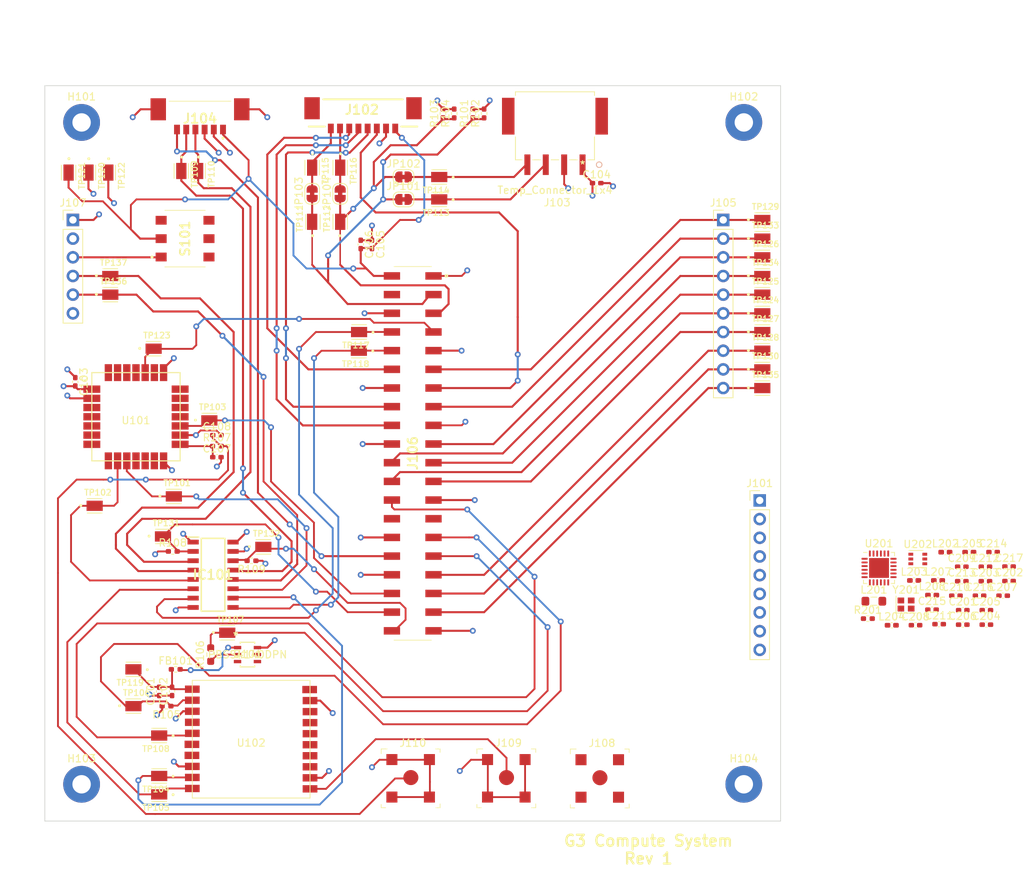
<source format=kicad_pcb>
(kicad_pcb (version 20171130) (host pcbnew "(5.1.10)-1")
  (title_block (title "G3 Compute System") (rev 1))
  (layers (0 F.Cu signal) (1 GND power) (2 3V3 power) (31 B.Cu signal) (34 B.Paste user) (35 F.Paste user) (36 B.SilkS user) (37 F.SilkS user) (38 B.Mask user) (39 F.Mask user hide) (44 Edge.Cuts user))
  (net 0 "")
  (net 1 GND)
  (net 2 "Net-(U101-Pad4)")
  (net 3 "Net-(U101-Pad5)")
  (net 4 "Net-(U101-Pad6)")
  (net 5 "Net-(U101-Pad7)")
  (net 6 "Net-(U101-Pad11)")
  (net 7 "Net-(U101-Pad13)")
  (net 8 "Net-(U101-Pad18)")
  (net 9 "Net-(U101-Pad20)")
  (net 10 "Net-(U102-Pad20)")
  (net 11 "Net-(U102-Pad18)")
  (net 12 "Net-(U102-Pad13)")
  (net 13 "Net-(U102-Pad7)")
  (net 14 "Net-(U102-Pad6)")
  (net 15 "Net-(U102-Pad4)")
  (net 16 /ANT)
  (net 17 /~GPS_RESET)
  (net 18 /E5_RFIO)
  (net 19 /PI_SDA)
  (net 20 /E5_RX)
  (net 21 /E5_TX)
  (net 22 /~E5_RESET)
  (net 23 /~SX_RESET)
  (net 24 /PI_SCL)
  (net 25 /PI_GPIO22)
  (net 26 /GPS_SW_EN)
  (net 27 /~PS_CC_CE)
  (net 28 /~PS_CC_QON)
  (net 29 /~PS_CC_INT)
  (net 30 +3V3)
  (net 31 +5V)
  (net 32 /CPPC_INT)
  (net 33 V_GPS)
  (net 34 "Net-(C201-Pad1)")
  (net 35 "Net-(C202-Pad1)")
  (net 36 "Net-(C204-Pad1)")
  (net 37 "Net-(C206-Pad1)")
  (net 38 "Net-(C207-Pad1)")
  (net 39 "Net-(C208-Pad2)")
  (net 40 "Net-(C209-Pad2)")
  (net 41 "Net-(C212-Pad2)")
  (net 42 "Net-(C213-Pad1)")
  (net 43 "Net-(C214-Pad1)")
  (net 44 "Net-(C215-Pad2)")
  (net 45 "/LoRa Module/ANT")
  (net 46 "Net-(FB101-Pad2)")
  (net 47 /MUX_SELA)
  (net 48 /GPS_RX)
  (net 49 /CPPC_RX)
  (net 50 /LOAD_RX)
  (net 51 /PI_TXD0)
  (net 52 /PI_RXD0)
  (net 53 /LOAD_TX)
  (net 54 /CPPC_TX)
  (net 55 /GPS_TX)
  (net 56 /MUX_SELB)
  (net 57 /SX_DIO3)
  (net 58 /SX_DIO2)
  (net 59 /SX_DIO1)
  (net 60 /SX_BUSY)
  (net 61 /SX_SDO)
  (net 62 /SX_SDI)
  (net 63 /SX_SCK)
  (net 64 /~SX_CS)
  (net 65 /PS_BOOST_PS)
  (net 66 /PS_CC_SCL)
  (net 67 /PS_CC_SDA)
  (net 68 /Temp_SDA)
  (net 69 /Temp_SCL)
  (net 70 /PI_GPIO26)
  (net 71 /PI_GPIO25)
  (net 72 /PI_GPIO19)
  (net 73 /PI_GPIO17)
  (net 74 /PI_GPIO13)
  (net 75 /PI_GPIO11)
  (net 76 /PI_GPIO10)
  (net 77 /PI_GPIO9)
  (net 78 /PI_GPIO8)
  (net 79 /GPS_3DFIX)
  (net 80 /~E5_BOOT)
  (net 81 "Net-(J106-Pad28)")
  (net 82 "Net-(J106-Pad27)")
  (net 83 "Net-(J106-Pad4)")
  (net 84 "Net-(J107-Pad6)")
  (net 85 "Net-(J107-Pad3)")
  (net 86 "Net-(J107-Pad2)")
  (net 87 "Net-(J109-Pad2)")
  (net 88 "Net-(L201-Pad2)")
  (net 89 "Net-(L202-Pad1)")
  (net 90 "Net-(L203-Pad1)")
  (net 91 "Net-(Q101-Pad5)")
  (net 92 "Net-(Q101-Pad4)")
  (net 93 "Net-(Q101-Pad3)")
  (net 94 "Net-(Q101-Pad2)")
  (net 95 "Net-(S101-Pad3)")
  (net 96 "Net-(S101-Pad4)")
  (net 97 "Net-(S101-Pad5)")
  (net 98 "Net-(S101-Pad6)")
  (net 99 "Net-(U101-Pad28)")
  (net 100 "Net-(U101-Pad27)")
  (net 101 "Net-(U101-Pad26)")
  (net 102 "Net-(U101-Pad23)")
  (net 103 "Net-(U101-Pad25)")
  (net 104 "Net-(U101-Pad21)")
  (net 105 "Net-(U101-Pad19)")
  (net 106 "Net-(U101-Pad12)")
  (net 107 "Net-(U101-Pad8)")
  (net 108 "Net-(U101-Pad3)")
  (net 109 "Net-(U102-Pad14)")
  (net 110 "Net-(U102-Pad15)")
  (net 111 "Net-(U102-Pad16)")
  (net 112 "Net-(U102-Pad17)")
  (net 113 "Net-(U201-Pad4)")
  (net 114 "Net-(U201-Pad3)")
  (module Perch:ADA3708_RaspPiZero (layer F.Cu) (at 150 100 90)
    (fp_text reference J106 (at 0.02 0.01 90) (layer F.SilkS) (effects (font (size 1.27 1.27) (thickness 0.254))))
    (fp_text value Pi_Connector hide)
    (pad "" np_thru_hole circle (at 29 0.01 90) (size 3 3) (drill 3) (layers *.Cu *.Mask))
    (pad "" np_thru_hole circle (at 29.02 23.03 90) (size 3 3) (drill 3) (layers *.Cu *.Mask))
    (pad "" np_thru_hole circle (at -29.02 23.07 90) (size 3 3) (drill 3) (layers *.Cu *.Mask))
    (pad "" np_thru_hole circle (at -29.02 0.01 90) (size 3 3) (drill 3) (layers *.Cu *.Mask))
    (pad 40 smd rect (at -24.13 -2.825 90) (size 1.02 2.22) (layers F.Cu F.Paste F.Mask) (net 56 /MUX_SELB))
    (pad 39 smd rect (at -24.13 2.825 90) (size 1.02 2.22) (layers F.Cu F.Paste F.Mask) (net 1 GND))
    (pad 38 smd rect (at -21.59 -2.825 90) (size 1.02 2.22) (layers F.Cu F.Paste F.Mask) (net 47 /MUX_SELA))
    (pad 37 smd rect (at -21.59 2.825 90) (size 1.02 2.22) (layers F.Cu F.Paste F.Mask) (net 70 /PI_GPIO26))
    (pad 36 smd rect (at -19.05 -2.825 90) (size 1.02 2.22) (layers F.Cu F.Paste F.Mask) (net 22 /~E5_RESET))
    (pad 35 smd rect (at -19.05 2.825 90) (size 1.02 2.22) (layers F.Cu F.Paste F.Mask) (net 72 /PI_GPIO19))
    (pad 34 smd rect (at -16.51 -2.825 90) (size 1.02 2.22) (layers F.Cu F.Paste F.Mask) (net 1 GND))
    (pad 33 smd rect (at -16.51 2.825 90) (size 1.02 2.22) (layers F.Cu F.Paste F.Mask) (net 74 /PI_GPIO13))
    (pad 32 smd rect (at -13.97 -2.825 90) (size 1.02 2.22) (layers F.Cu F.Paste F.Mask) (net 32 /CPPC_INT))
    (pad 31 smd rect (at -13.97 2.825 90) (size 1.02 2.22) (layers F.Cu F.Paste F.Mask) (net 26 /GPS_SW_EN))
    (pad 30 smd rect (at -11.43 -2.825 90) (size 1.02 2.22) (layers F.Cu F.Paste F.Mask) (net 1 GND))
    (pad 29 smd rect (at -11.43 2.825 90) (size 1.02 2.22) (layers F.Cu F.Paste F.Mask) (net 17 /~GPS_RESET))
    (pad 28 smd rect (at -8.89 -2.825 90) (size 1.02 2.22) (layers F.Cu F.Paste F.Mask) (net 81 "Net-(J106-Pad28)"))
    (pad 27 smd rect (at -8.89 2.825 90) (size 1.02 2.22) (layers F.Cu F.Paste F.Mask) (net 82 "Net-(J106-Pad27)"))
    (pad 26 smd rect (at -6.35 -2.825 90) (size 1.02 2.22) (layers F.Cu F.Paste F.Mask) (net 79 /GPS_3DFIX))
    (pad 25 smd rect (at -6.35 2.825 90) (size 1.02 2.22) (layers F.Cu F.Paste F.Mask) (net 1 GND))
    (pad 24 smd rect (at -3.81 -2.825 90) (size 1.02 2.22) (layers F.Cu F.Paste F.Mask) (net 78 /PI_GPIO8))
    (pad 23 smd rect (at -3.81 2.825 90) (size 1.02 2.22) (layers F.Cu F.Paste F.Mask) (net 75 /PI_GPIO11))
    (pad 22 smd rect (at -1.27 -2.825 90) (size 1.02 2.22) (layers F.Cu F.Paste F.Mask) (net 71 /PI_GPIO25))
    (pad 21 smd rect (at -1.27 2.825 90) (size 1.02 2.22) (layers F.Cu F.Paste F.Mask) (net 77 /PI_GPIO9))
    (pad 20 smd rect (at 1.27 -2.825 90) (size 1.02 2.22) (layers F.Cu F.Paste F.Mask) (net 1 GND))
    (pad 19 smd rect (at 1.27 2.825 90) (size 1.02 2.22) (layers F.Cu F.Paste F.Mask) (net 76 /PI_GPIO10))
    (pad 18 smd rect (at 3.81 -2.825 90) (size 1.02 2.22) (layers F.Cu F.Paste F.Mask) (net 27 /~PS_CC_CE))
    (pad 17 smd rect (at 3.81 2.825 90) (size 1.02 2.22) (layers F.Cu F.Paste F.Mask) (net 30 +3V3))
    (pad 16 smd rect (at 6.35 -2.825 90) (size 1.02 2.22) (layers F.Cu F.Paste F.Mask) (net 29 /~PS_CC_INT))
    (pad 15 smd rect (at 6.35 2.825 90) (size 1.02 2.22) (layers F.Cu F.Paste F.Mask) (net 25 /PI_GPIO22))
    (pad 14 smd rect (at 8.89 -2.825 90) (size 1.02 2.22) (layers F.Cu F.Paste F.Mask) (net 1 GND))
    (pad 13 smd rect (at 8.89 2.825 90) (size 1.02 2.22) (layers F.Cu F.Paste F.Mask) (net 65 /PS_BOOST_PS))
    (pad 12 smd rect (at 11.43 -2.825 90) (size 1.02 2.22) (layers F.Cu F.Paste F.Mask) (net 28 /~PS_CC_QON))
    (pad 11 smd rect (at 11.43 2.825 90) (size 1.02 2.22) (layers F.Cu F.Paste F.Mask) (net 73 /PI_GPIO17))
    (pad 10 smd rect (at 13.97 -2.825 90) (size 1.02 2.22) (layers F.Cu F.Paste F.Mask) (net 52 /PI_RXD0))
    (pad 9 smd rect (at 13.97 2.825 90) (size 1.02 2.22) (layers F.Cu F.Paste F.Mask) (net 1 GND))
    (pad 8 smd rect (at 16.51 -2.825 90) (size 1.02 2.22) (layers F.Cu F.Paste F.Mask) (net 51 /PI_TXD0))
    (pad 7 smd rect (at 16.51 2.825 90) (size 1.02 2.22) (layers F.Cu F.Paste F.Mask) (net 80 /~E5_BOOT))
    (pad 6 smd rect (at 19.05 -2.825 90) (size 1.02 2.22) (layers F.Cu F.Paste F.Mask) (net 1 GND))
    (pad 5 smd rect (at 19.05 2.825 90) (size 1.02 2.22) (layers F.Cu F.Paste F.Mask) (net 24 /PI_SCL))
    (pad 4 smd rect (at 21.59 -2.825 90) (size 1.02 2.22) (layers F.Cu F.Paste F.Mask) (net 83 "Net-(J106-Pad4)"))
    (pad 3 smd rect (at 21.59 2.825 90) (size 1.02 2.22) (layers F.Cu F.Paste F.Mask) (net 19 /PI_SDA))
    (pad 2 smd rect (at 24.13 -2.825 90) (size 1.02 2.22) (layers F.Cu F.Paste F.Mask) (net 31 +5V))
    (pad 1 smd rect (at 24.13 2.825 90) (size 1.02 2.22) (layers F.Cu F.Paste F.Mask) (net 30 +3V3))
  )
  (module Perch:HARWIN_S2751-46R (layer F.Cu) (at 108.9 75.88)
    (fp_text reference TP137 (at 0.44 -1.808) (layer F.SilkS) (effects (font (size 0.8 0.8))))
    (fp_text value TestPoint)
    (pad 1 smd rect (at 0 0) (size 2.2 1.4) (layers F.Cu F.Paste F.Mask) (net 50 /LOAD_RX))
  )
  (module Perch:HARWIN_S2751-46R (layer F.Cu) (at 108.9 78.42)
    (fp_text reference TP136 (at 0.44 -1.808) (layer F.SilkS) (effects (font (size 0.8 0.8))))
    (fp_text value TestPoint)
    (pad 1 smd rect (at 0 0) (size 2.2 1.4) (layers F.Cu F.Paste F.Mask) (net 53 /LOAD_TX))
  )
  (module Perch:HARWIN_S2751-46R (layer F.Cu) (at 197.51 91.13)
    (fp_text reference TP135 (at 0.44 -1.808) (layer F.SilkS) (effects (font (size 0.8 0.8))))
    (fp_text value TestPoint)
    (pad 1 smd rect (at 0 -0.01) (size 2.2 1.4) (layers F.Cu F.Paste F.Mask) (net 70 /PI_GPIO26))
  )
  (module Perch:HARWIN_S2751-46R (layer F.Cu) (at 197.51 75.88)
    (fp_text reference TP134 (at 0.44 -1.808) (layer F.SilkS) (effects (font (size 0.8 0.8))))
    (fp_text value TestPoint)
    (pad 1 smd rect (at 0 0) (size 2.2 1.4) (layers F.Cu F.Paste F.Mask) (net 71 /PI_GPIO25))
  )
  (module Perch:HARWIN_S2751-46R (layer F.Cu) (at 197.51 70.81)
    (fp_text reference TP133 (at 0.44 -1.808) (layer F.SilkS) (effects (font (size 0.8 0.8))))
    (fp_text value TestPoint)
    (pad 1 smd rect (at 0 -0.01) (size 2.2 1.4) (layers F.Cu F.Paste F.Mask) (net 25 /PI_GPIO22))
  )
  (module Perch:HARWIN_S2751-46R (layer F.Cu) (at 129.7 112.718)
    (fp_text reference TP132 (at 0.44 -1.808) (layer F.SilkS) (effects (font (size 0.8 0.8))))
    (fp_text value TestPoint)
    (pad 1 smd rect (at 0 0) (size 2.2 1.4) (layers F.Cu F.Paste F.Mask) (net 56 /MUX_SELB))
  )
  (module Perch:HARWIN_S2751-46R (layer F.Cu) (at 116.06 111.298)
    (fp_text reference TP131 (at 0.44 -1.808) (layer F.SilkS) (effects (font (size 0.8 0.8))))
    (fp_text value TestPoint)
    (pad 1 smd rect (at 0 0) (size 2.2 1.4) (layers F.Cu F.Paste F.Mask) (net 47 /MUX_SELA))
  )
  (module Perch:HARWIN_S2751-46R (layer F.Cu) (at 197.51 88.59)
    (fp_text reference TP130 (at 0.44 -1.808) (layer F.SilkS) (effects (font (size 0.8 0.8))))
    (fp_text value TestPoint)
    (pad 1 smd rect (at 0 -0.01) (size 2.2 1.4) (layers F.Cu F.Paste F.Mask) (net 72 /PI_GPIO19))
  )
  (module Perch:HARWIN_S2751-46R (layer F.Cu) (at 197.51 68.27)
    (fp_text reference TP129 (at 0.44 -1.808) (layer F.SilkS) (effects (font (size 0.8 0.8))))
    (fp_text value TestPoint)
    (pad 1 smd rect (at 0 -0.01) (size 2.2 1.4) (layers F.Cu F.Paste F.Mask) (net 73 /PI_GPIO17))
  )
  (module Perch:HARWIN_S2751-46R (layer F.Cu) (at 197.51 86.05)
    (fp_text reference TP128 (at 0.44 -1.808) (layer F.SilkS) (effects (font (size 0.8 0.8))))
    (fp_text value TestPoint)
    (pad 1 smd rect (at 0 -0.01) (size 2.2 1.4) (layers F.Cu F.Paste F.Mask) (net 74 /PI_GPIO13))
  )
  (module Perch:HARWIN_S2751-46R (layer F.Cu) (at 197.51 83.51)
    (fp_text reference TP127 (at 0.44 -1.808) (layer F.SilkS) (effects (font (size 0.8 0.8))))
    (fp_text value TestPoint)
    (pad 1 smd rect (at 0 -0.01) (size 2.2 1.4) (layers F.Cu F.Paste F.Mask) (net 75 /PI_GPIO11))
  )
  (module Perch:HARWIN_S2751-46R (layer F.Cu) (at 197.51 73.35)
    (fp_text reference TP126 (at 0.44 -1.808) (layer F.SilkS) (effects (font (size 0.8 0.8))))
    (fp_text value TestPoint)
    (pad 1 smd rect (at 0 -0.01) (size 2.2 1.4) (layers F.Cu F.Paste F.Mask) (net 76 /PI_GPIO10))
  )
  (module Perch:HARWIN_S2751-46R (layer F.Cu) (at 197.51 78.43)
    (fp_text reference TP125 (at 0.44 -1.808) (layer F.SilkS) (effects (font (size 0.8 0.8))))
    (fp_text value TestPoint)
    (pad 1 smd rect (at 0 -0.01) (size 2.2 1.4) (layers F.Cu F.Paste F.Mask) (net 77 /PI_GPIO9))
  )
  (module Perch:HARWIN_S2751-46R (layer F.Cu) (at 197.51 80.97)
    (fp_text reference TP124 (at 0.44 -1.808) (layer F.SilkS) (effects (font (size 0.8 0.8))))
    (fp_text value TestPoint)
    (pad 1 smd rect (at 0 -0.01) (size 2.2 1.4) (layers F.Cu F.Paste F.Mask) (net 78 /PI_GPIO8))
  )
  (module Perch:HARWIN_S2751-46R (layer F.Cu) (at 114.79 85.77)
    (fp_text reference TP123 (at 0.44 -1.808) (layer F.SilkS) (effects (font (size 0.8 0.8))))
    (fp_text value TestPoint)
    (pad 1 smd rect (at 0 0) (size 2.2 1.4) (layers F.Cu F.Paste F.Mask) (net 80 /~E5_BOOT))
  )
  (module Perch:HARWIN_S2751-46R (layer F.Cu) (at 108.63 61.82 270)
    (fp_text reference TP122 (at 0.44 -1.808 90) (layer F.SilkS) (effects (font (size 0.8 0.8))))
    (fp_text value TestPoint)
    (pad 1 smd rect (at 0 0 270) (size 2.2 1.4) (layers F.Cu F.Paste F.Mask) (net 1 GND))
  )
  (module Perch:HARWIN_S2751-46R (layer F.Cu) (at 103.23 61.82 270)
    (fp_text reference TP121 (at 0.44 -1.808 90) (layer F.SilkS) (effects (font (size 0.8 0.8))))
    (fp_text value TestPoint)
    (pad 1 smd rect (at 0 0 270) (size 2.2 1.4) (layers F.Cu F.Paste F.Mask) (net 31 +5V))
  )
  (module Perch:HARWIN_S2751-46R (layer F.Cu) (at 105.93 61.82 270)
    (fp_text reference TP120 (at 0.44 -1.808 90) (layer F.SilkS) (effects (font (size 0.8 0.8))))
    (fp_text value TestPoint)
    (pad 1 smd rect (at 0 0 270) (size 2.2 1.4) (layers F.Cu F.Paste F.Mask) (net 30 +3V3))
  )
  (module Perch:HARWIN_S2751-46R (layer F.Cu) (at 112.044 129.37 180)
    (fp_text reference TP119 (at 0.44 -1.808) (layer F.SilkS) (effects (font (size 0.8 0.8))))
    (fp_text value TestPoint)
    (pad 1 smd rect (at 0 0 180) (size 2.2 1.4) (layers F.Cu F.Paste F.Mask) (net 33 V_GPS))
  )
  (module Perch:HARWIN_S2751-46R (layer F.Cu) (at 142.682 86.04 180)
    (fp_text reference TP118 (at 0.44 -1.808) (layer F.SilkS) (effects (font (size 0.8 0.8))))
    (fp_text value TestPoint)
    (pad 1 smd rect (at 0 0 180) (size 2.2 1.4) (layers F.Cu F.Paste F.Mask) (net 52 /PI_RXD0))
  )
  (module Perch:HARWIN_S2751-46R (layer F.Cu) (at 142.71 83.5 180)
    (fp_text reference TP117 (at 0.44 -1.808) (layer F.SilkS) (effects (font (size 0.8 0.8))))
    (fp_text value TestPoint)
    (pad 1 smd rect (at 0 0 180) (size 2.2 1.4) (layers F.Cu F.Paste F.Mask) (net 51 /PI_TXD0))
  )
  (module Perch:HARWIN_S2751-46R (layer F.Cu) (at 140.142 61.148 270)
    (fp_text reference TP116 (at 0.44 -1.808 90) (layer F.SilkS) (effects (font (size 0.8 0.8))))
    (fp_text value TestPoint)
    (pad 1 smd rect (at 0 0 270) (size 2.2 1.4) (layers F.Cu F.Paste F.Mask) (net 66 /PS_CC_SCL))
  )
  (module Perch:HARWIN_S2751-46R (layer F.Cu) (at 136.332 61.148 270)
    (fp_text reference TP115 (at 0.44 -1.808 90) (layer F.SilkS) (effects (font (size 0.8 0.8))))
    (fp_text value TestPoint)
    (pad 1 smd rect (at 0 0 270) (size 2.2 1.4) (layers F.Cu F.Paste F.Mask) (net 67 /PS_CC_SDA))
  )
  (module Perch:HARWIN_S2751-46R (layer F.Cu) (at 153.604 62.418 180)
    (fp_text reference TP114 (at 0.44 -1.808) (layer F.SilkS) (effects (font (size 0.8 0.8))))
    (fp_text value TestPoint)
    (pad 1 smd rect (at 0 0 180) (size 2.2 1.4) (layers F.Cu F.Paste F.Mask) (net 69 /Temp_SCL))
  )
  (module Perch:HARWIN_S2751-46R (layer F.Cu) (at 153.604 65.466 180)
    (fp_text reference TP113 (at 0.44 -1.808) (layer F.SilkS) (effects (font (size 0.8 0.8))))
    (fp_text value TestPoint)
    (pad 1 smd rect (at 0 0 180) (size 2.2 1.4) (layers F.Cu F.Paste F.Mask) (net 68 /Temp_SDA))
  )
  (module Perch:HARWIN_S2751-46R (layer F.Cu) (at 140.142 68.514 90)
    (fp_text reference TP112 (at 0.44 -1.808 90) (layer F.SilkS) (effects (font (size 0.8 0.8))))
    (fp_text value TestPoint)
    (pad 1 smd rect (at 0 0 90) (size 2.2 1.4) (layers F.Cu F.Paste F.Mask) (net 24 /PI_SCL))
  )
  (module Perch:HARWIN_S2751-46R (layer F.Cu) (at 136.438 68.514 90)
    (fp_text reference TP111 (at 0.44 -1.808 90) (layer F.SilkS) (effects (font (size 0.8 0.8))))
    (fp_text value TestPoint)
    (pad 1 smd rect (at 0 -0.106 90) (size 2.2 1.4) (layers F.Cu F.Paste F.Mask) (net 19 /PI_SDA))
  )
  (module Perch:HARWIN_S2751-46R (layer F.Cu) (at 120.838 61.6 270)
    (fp_text reference TP110 (at 0.44 -1.808 90) (layer F.SilkS) (effects (font (size 0.8 0.8))))
    (fp_text value TestPoint)
    (pad 1 smd rect (at 0 0 270) (size 2.2 1.4) (layers F.Cu F.Paste F.Mask) (net 49 /CPPC_RX))
  )
  (module Perch:HARWIN_S2751-46R (layer F.Cu) (at 118.552 61.6 270)
    (fp_text reference TP109 (at 0.44 -1.808 90) (layer F.SilkS) (effects (font (size 0.8 0.8))))
    (fp_text value TestPoint)
    (pad 1 smd rect (at 0 0 270) (size 2.2 1.4) (layers F.Cu F.Paste F.Mask) (net 54 /CPPC_TX))
  )
  (module Perch:HARWIN_S2751-46R (layer F.Cu) (at 115.544 138.37 180)
    (fp_text reference TP108 (at 0.44 -1.808) (layer F.SilkS) (effects (font (size 0.8 0.8))))
    (fp_text value TestPoint)
    (pad 1 smd rect (at 0 0 180) (size 2.2 1.4) (layers F.Cu F.Paste F.Mask) (net 79 /GPS_3DFIX))
  )
  (module Perch:HARWIN_S2751-46R (layer F.Cu) (at 124.794 124.394)
    (fp_text reference TP107 (at 0.44 -1.808) (layer F.SilkS) (effects (font (size 0.8 0.8))))
    (fp_text value TestPoint)
    (pad 1 smd rect (at 0 0) (size 2.2 1.4) (layers F.Cu F.Paste F.Mask) (net 26 /GPS_SW_EN))
  )
  (module Perch:HARWIN_S2751-46R (layer F.Cu) (at 112.044 134.37)
    (fp_text reference TP106 (at 0.44 -1.808) (layer F.SilkS) (effects (font (size 0.8 0.8))))
    (fp_text value TestPoint)
    (pad 1 smd rect (at 0 0) (size 2.2 1.4) (layers F.Cu F.Paste F.Mask) (net 17 /~GPS_RESET))
  )
  (module Perch:HARWIN_S2751-46R (layer F.Cu) (at 115.544 146.37 180)
    (fp_text reference TP105 (at 0.44 -1.808) (layer F.SilkS) (effects (font (size 0.8 0.8))))
    (fp_text value TestPoint)
    (pad 1 smd rect (at 0 0 180) (size 2.2 1.4) (layers F.Cu F.Paste F.Mask) (net 48 /GPS_RX))
  )
  (module Perch:HARWIN_S2751-46R (layer F.Cu) (at 115.544 143.87 180)
    (fp_text reference TP104 (at 0.44 -1.808) (layer F.SilkS) (effects (font (size 0.8 0.8))))
    (fp_text value TestPoint)
    (pad 1 smd rect (at 0 0 180) (size 2.2 1.4) (layers F.Cu F.Paste F.Mask) (net 55 /GPS_TX))
  )
  (module Perch:HARWIN_S2751-46R (layer F.Cu) (at 122.362 95.52)
    (fp_text reference TP103 (at 0.44 -1.808) (layer F.SilkS) (effects (font (size 0.8 0.8))))
    (fp_text value TestPoint)
    (pad 1 smd rect (at 0 0) (size 2.2 1.4) (layers F.Cu F.Paste F.Mask) (net 22 /~E5_RESET))
  )
  (module Perch:HARWIN_S2751-46R (layer F.Cu) (at 106.774 107.132)
    (fp_text reference TP102 (at 0.44 -1.808) (layer F.SilkS) (effects (font (size 0.8 0.8))))
    (fp_text value TestPoint)
    (pad 1 smd rect (at 0 0) (size 2.2 1.4) (layers F.Cu F.Paste F.Mask) (net 20 /E5_RX))
  )
  (module Perch:HARWIN_S2751-46R (layer F.Cu) (at 117.536 105.852)
    (fp_text reference TP101 (at 0.44 -1.808) (layer F.SilkS) (effects (font (size 0.8 0.8))))
    (fp_text value TestPoint)
    (pad 1 smd rect (at 0 0) (size 2.2 1.4) (layers F.Cu F.Paste F.Mask) (net 21 /E5_TX))
  )
  (module Crystal:Crystal_SMD_2016-4Pin_2.0x1.6mm (layer F.Cu) (at 217.044 120.554)
    (fp_text reference Y201 (at 0 -2) (layer F.SilkS))
    (fp_text value TBD)
    (pad 4 smd rect (at -0.7 -0.55) (size 0.9 0.8) (layers F.Cu F.Paste F.Mask) (net 1 GND))
    (pad 3 smd rect (at 0.7 -0.55) (size 0.9 0.8) (layers F.Cu F.Paste F.Mask) (net 114 "Net-(U201-Pad3)"))
    (pad 2 smd rect (at 0.7 0.55) (size 0.9 0.8) (layers F.Cu F.Paste F.Mask) (net 1 GND))
    (pad 1 smd rect (at -0.7 0.55) (size 0.9 0.8) (layers F.Cu F.Paste F.Mask) (net 113 "Net-(U201-Pad4)"))
  )
  (module Package_TO_SOT_SMD:SOT-363_SC-70-6 (layer F.Cu) (at 218.644 114.364)
    (fp_text reference U202 (at 0 -2) (layer F.SilkS))
    (fp_text value PE4259)
    (pad 6 smd rect (at 0.95 -0.65) (size 0.65 0.4) (layers F.Cu F.Paste F.Mask) (net 30 +3V3))
    (pad 4 smd rect (at 0.95 0.65) (size 0.65 0.4) (layers F.Cu F.Paste F.Mask) (net 43 "Net-(C214-Pad1)"))
    (pad 2 smd rect (at -0.95 0) (size 0.65 0.4) (layers F.Cu F.Paste F.Mask) (net 1 GND))
    (pad 5 smd rect (at 0.95 0) (size 0.65 0.4) (layers F.Cu F.Paste F.Mask) (net 45 "/LoRa Module/ANT"))
    (pad 3 smd rect (at -0.95 0.65) (size 0.65 0.4) (layers F.Cu F.Paste F.Mask) (net 39 "Net-(C208-Pad2)"))
    (pad 1 smd rect (at -0.95 -0.65) (size 0.65 0.4) (layers F.Cu F.Paste F.Mask) (net 42 "Net-(C213-Pad1)"))
  )
  (module Package_DFN_QFN:QFN-24-1EP_4x4mm_P0.5mm_EP2.7x2.7mm (layer F.Cu) (at 213.374 115.584)
    (fp_text reference U201 (at 0 -3.32) (layer F.SilkS))
    (fp_text value SX1262)
    (pad 25 smd rect (at 0 0) (size 2.7 2.7) (layers F.Cu F.Mask) (net 1 GND))
    (pad 24 smd roundrect (at -1.25 -1.9625) (size 0.25 0.825) (layers F.Cu F.Paste F.Mask) (net 36 "Net-(C204-Pad1)"))
    (pad 23 smd roundrect (at -0.75 -1.9625) (size 0.25 0.825) (layers F.Cu F.Paste F.Mask) (net 89 "Net-(L202-Pad1)"))
    (pad 22 smd roundrect (at -0.25 -1.9625) (size 0.25 0.825) (layers F.Cu F.Paste F.Mask) (net 90 "Net-(L203-Pad1)"))
    (pad 21 smd roundrect (at 0.25 -1.9625) (size 0.25 0.825) (layers F.Cu F.Paste F.Mask) (net 37 "Net-(C206-Pad1)"))
    (pad 20 smd roundrect (at 0.75 -1.9625) (size 0.25 0.825) (layers F.Cu F.Paste F.Mask) (net 1 GND))
    (pad 19 smd roundrect (at 1.25 -1.9625) (size 0.25 0.825) (layers F.Cu F.Paste F.Mask) (net 64 /~SX_CS))
    (pad 18 smd roundrect (at 1.9625 -1.25) (size 0.825 0.25) (layers F.Cu F.Paste F.Mask) (net 63 /SX_SCK))
    (pad 17 smd roundrect (at 1.9625 -0.75) (size 0.825 0.25) (layers F.Cu F.Paste F.Mask) (net 62 /SX_SDI))
    (pad 16 smd roundrect (at 1.9625 -0.25) (size 0.825 0.25) (layers F.Cu F.Paste F.Mask) (net 61 /SX_SDO))
    (pad 15 smd roundrect (at 1.9625 0.25) (size 0.825 0.25) (layers F.Cu F.Paste F.Mask) (net 23 /~SX_RESET))
    (pad 14 smd roundrect (at 1.9625 0.75) (size 0.825 0.25) (layers F.Cu F.Paste F.Mask) (net 60 /SX_BUSY))
    (pad 13 smd roundrect (at 1.9625 1.25) (size 0.825 0.25) (layers F.Cu F.Paste F.Mask) (net 59 /SX_DIO1))
    (pad 12 smd roundrect (at 1.25 1.9625) (size 0.25 0.825) (layers F.Cu F.Paste F.Mask) (net 58 /SX_DIO2))
    (pad 11 smd roundrect (at 0.75 1.9625) (size 0.25 0.825) (layers F.Cu F.Paste F.Mask) (net 35 "Net-(C202-Pad1)"))
    (pad 10 smd roundrect (at 0.25 1.9625) (size 0.25 0.825) (layers F.Cu F.Paste F.Mask) (net 35 "Net-(C202-Pad1)"))
    (pad 9 smd roundrect (at -0.25 1.9625) (size 0.25 0.825) (layers F.Cu F.Paste F.Mask) (net 88 "Net-(L201-Pad2)"))
    (pad 8 smd roundrect (at -0.75 1.9625) (size 0.25 0.825) (layers F.Cu F.Paste F.Mask) (net 1 GND))
    (pad 7 smd roundrect (at -1.25 1.9625) (size 0.25 0.825) (layers F.Cu F.Paste F.Mask) (net 34 "Net-(C201-Pad1)"))
    (pad 6 smd roundrect (at -1.9625 1.25) (size 0.825 0.25) (layers F.Cu F.Paste F.Mask) (net 57 /SX_DIO3))
    (pad 5 smd roundrect (at -1.9625 0.75) (size 0.825 0.25) (layers F.Cu F.Paste F.Mask) (net 1 GND))
    (pad 4 smd roundrect (at -1.9625 0.25) (size 0.825 0.25) (layers F.Cu F.Paste F.Mask) (net 113 "Net-(U201-Pad4)"))
    (pad 3 smd roundrect (at -1.9625 -0.25) (size 0.825 0.25) (layers F.Cu F.Paste F.Mask) (net 114 "Net-(U201-Pad3)"))
    (pad 2 smd roundrect (at -1.9625 -0.75) (size 0.825 0.25) (layers F.Cu F.Paste F.Mask) (net 1 GND))
    (pad 1 smd roundrect (at -1.9625 -1.25) (size 0.825 0.25) (layers F.Cu F.Paste F.Mask) (net 30 +3V3))
  )
  (module Perch:PA1616D_GPS (layer F.Cu) (at 128.044 138.87)
    (fp_text reference U102 (at 0 0.5) (layer F.SilkS))
    (fp_text value PA1616D)
    (pad 1 smd rect (at -8 -6.8) (size 2 1) (layers F.Cu F.Paste F.Mask) (net 33 V_GPS))
    (pad 2 smd rect (at -8 -5.3) (size 2 1) (layers F.Cu F.Paste F.Mask) (net 17 /~GPS_RESET))
    (pad 3 smd rect (at -8 -3.8) (size 2 1) (layers F.Cu F.Paste F.Mask) (net 1 GND))
    (pad 4 smd rect (at -8 -2.3) (size 2 1) (layers F.Cu F.Paste F.Mask) (net 15 "Net-(U102-Pad4)"))
    (pad 5 smd rect (at -8 -0.8) (size 2 1) (layers F.Cu F.Paste F.Mask) (net 79 /GPS_3DFIX))
    (pad 6 smd rect (at -8.05 0.7) (size 2 1) (layers F.Cu F.Paste F.Mask) (net 14 "Net-(U102-Pad6)"))
    (pad 7 smd rect (at -8.05 2.2) (size 2 1) (layers F.Cu F.Paste F.Mask) (net 13 "Net-(U102-Pad7)"))
    (pad 8 smd rect (at -8 3.7) (size 2 1) (layers F.Cu F.Paste F.Mask) (net 1 GND))
    (pad 9 smd rect (at -8 5.2) (size 2 1) (layers F.Cu F.Paste F.Mask) (net 55 /GPS_TX))
    (pad 10 smd rect (at -8 6.7) (size 2 1) (layers F.Cu F.Paste F.Mask) (net 48 /GPS_RX))
    (pad 11 smd rect (at 8 6.75) (size 2 1) (layers F.Cu F.Paste F.Mask) (net 87 "Net-(J109-Pad2)"))
    (pad 12 smd rect (at 8 5.25) (size 2 1) (layers F.Cu F.Paste F.Mask) (net 1 GND))
    (pad 13 smd rect (at 8 3.75) (size 2 1) (layers F.Cu F.Paste F.Mask) (net 12 "Net-(U102-Pad13)"))
    (pad 14 smd rect (at 8 2.25) (size 2 1) (layers F.Cu F.Paste F.Mask) (net 109 "Net-(U102-Pad14)"))
    (pad 15 smd rect (at 8 0.75) (size 2 1) (layers F.Cu F.Paste F.Mask) (net 110 "Net-(U102-Pad15)"))
    (pad 16 smd rect (at 8 -0.75) (size 2 1) (layers F.Cu F.Paste F.Mask) (net 111 "Net-(U102-Pad16)"))
    (pad 17 smd rect (at 8 -2.25) (size 2 1) (layers F.Cu F.Paste F.Mask) (net 112 "Net-(U102-Pad17)"))
    (pad 18 smd rect (at 8 -3.75) (size 2 1) (layers F.Cu F.Paste F.Mask) (net 11 "Net-(U102-Pad18)"))
    (pad 19 smd rect (at 8 -5.25) (size 2 1) (layers F.Cu F.Paste F.Mask) (net 1 GND))
    (pad 20 smd rect (at 7.95 -6.75) (size 2 1) (layers F.Cu F.Paste F.Mask) (net 10 "Net-(U102-Pad20)"))
  )
  (module Perch:LoRa-E5 (layer F.Cu) (at 112.39 95.02)
    (fp_text reference U101 (at 0 0.5) (layer F.SilkS))
    (fp_text value LoRa-E5)
    (pad 28 smd rect (at -3.75 -6) (size 1 2.3) (layers F.Cu F.Paste F.Mask) (net 99 "Net-(U101-Pad28)"))
    (pad 27 smd rect (at -2.5 -6) (size 1 2.3) (layers F.Cu F.Paste F.Mask) (net 100 "Net-(U101-Pad27)"))
    (pad 26 smd rect (at -1.25 -6) (size 1 2.3) (layers F.Cu F.Paste F.Mask) (net 101 "Net-(U101-Pad26)"))
    (pad 22 smd rect (at 3.75 -6) (size 1 2.3) (layers F.Cu F.Paste F.Mask) (net 1 GND))
    (pad 23 smd rect (at 2.5 -6) (size 1 2.3) (layers F.Cu F.Paste F.Mask) (net 102 "Net-(U101-Pad23)"))
    (pad 24 smd rect (at 1.25 -6) (size 1 2.3) (layers F.Cu F.Paste F.Mask) (net 80 /~E5_BOOT))
    (pad 25 smd rect (at 0 -6) (size 1 2.3) (layers F.Cu F.Paste F.Mask) (net 103 "Net-(U101-Pad25)"))
    (pad 21 smd rect (at 6 -3.75 270) (size 1 2.3) (layers F.Cu F.Paste F.Mask) (net 104 "Net-(U101-Pad21)"))
    (pad 20 smd rect (at 6 -2.5 270) (size 1 2.3) (layers F.Cu F.Paste F.Mask) (net 9 "Net-(U101-Pad20)"))
    (pad 19 smd rect (at 6 -1.25 270) (size 1 2.3) (layers F.Cu F.Paste F.Mask) (net 105 "Net-(U101-Pad19)"))
    (pad 15 smd rect (at 6 3.75 270) (size 1 2.3) (layers F.Cu F.Paste F.Mask) (net 18 /E5_RFIO))
    (pad 16 smd rect (at 6 2.5 270) (size 1 2.3) (layers F.Cu F.Paste F.Mask) (net 1 GND))
    (pad 17 smd rect (at 6 1.25 270) (size 1 2.3) (layers F.Cu F.Paste F.Mask) (net 22 /~E5_RESET))
    (pad 18 smd rect (at 6 0 270) (size 1 2.3) (layers F.Cu F.Paste F.Mask) (net 8 "Net-(U101-Pad18)"))
    (pad 14 smd rect (at 3.75 6 180) (size 1 2.3) (layers F.Cu F.Paste F.Mask) (net 1 GND))
    (pad 13 smd rect (at 2.5 6 180) (size 1 2.3) (layers F.Cu F.Paste F.Mask) (net 7 "Net-(U101-Pad13)"))
    (pad 12 smd rect (at 1.25 6 180) (size 1 2.3) (layers F.Cu F.Paste F.Mask) (net 106 "Net-(U101-Pad12)"))
    (pad 8 smd rect (at -3.75 6 180) (size 1 2.3) (layers F.Cu F.Paste F.Mask) (net 107 "Net-(U101-Pad8)"))
    (pad 9 smd rect (at -2.5 6 180) (size 1 2.3) (layers F.Cu F.Paste F.Mask) (net 20 /E5_RX))
    (pad 10 smd rect (at -1.25 6 180) (size 1 2.3) (layers F.Cu F.Paste F.Mask) (net 21 /E5_TX))
    (pad 11 smd rect (at 0 6 180) (size 1 2.3) (layers F.Cu F.Paste F.Mask) (net 6 "Net-(U101-Pad11)"))
    (pad 7 smd rect (at -6 3.75 90) (size 1 2.3) (layers F.Cu F.Paste F.Mask) (net 5 "Net-(U101-Pad7)"))
    (pad 6 smd rect (at -6 2.5 90) (size 1 2.3) (layers F.Cu F.Paste F.Mask) (net 4 "Net-(U101-Pad6)"))
    (pad 5 smd rect (at -6 1.25 90) (size 1 2.3) (layers F.Cu F.Paste F.Mask) (net 3 "Net-(U101-Pad5)"))
    (pad 1 smd rect (at -6 -3.75 90) (size 1 2.3) (layers F.Cu F.Paste F.Mask) (net 30 +3V3))
    (pad 2 smd rect (at -6 -2.5 90) (size 1 2.3) (layers F.Cu F.Paste F.Mask) (net 1 GND))
    (pad 3 smd rect (at -6 -1.25 90) (size 1 2.3) (layers F.Cu F.Paste F.Mask) (net 108 "Net-(U101-Pad3)"))
    (pad 4 smd rect (at -6 0 90) (size 1 2.3) (layers F.Cu F.Paste F.Mask) (net 2 "Net-(U101-Pad4)"))
  )
  (module Perch:452403012014_Switch (layer F.Cu) (at 119.06 70.8 90)
    (fp_text reference S101 (at 0 0 90) (layer F.SilkS) (effects (font (size 1.27 1.27) (thickness 0.254))))
    (fp_text value 452403012014 hide)
    (pad 6 smd rect (at 2.5 3.25 90) (size 1.2 1.5) (layers F.Cu F.Paste F.Mask) (net 98 "Net-(S101-Pad6)"))
    (pad 5 smd rect (at 0 3.25 90) (size 1.2 1.5) (layers F.Cu F.Paste F.Mask) (net 97 "Net-(S101-Pad5)"))
    (pad 4 smd rect (at -2.5 3.25 90) (size 1.2 1.5) (layers F.Cu F.Paste F.Mask) (net 96 "Net-(S101-Pad4)"))
    (pad 3 smd rect (at 2.5 -3.25 90) (size 1.2 1.5) (layers F.Cu F.Paste F.Mask) (net 95 "Net-(S101-Pad3)"))
    (pad 2 smd rect (at 0 -3.25 90) (size 1.2 1.5) (layers F.Cu F.Paste F.Mask) (net 31 +5V))
    (pad 1 smd rect (at -2.5 -3.25 90) (size 1.2 1.5) (layers F.Cu F.Paste F.Mask) (net 85 "Net-(J107-Pad3)"))
  )
  (module Resistor_SMD:R_0402_1005Metric_Pad0.72x0.64mm_HandSolder (layer F.Cu) (at 211.854 122.474)
    (fp_text reference R201 (at 0 -1.17) (layer F.SilkS))
    (fp_text value 100)
    (pad 2 smd roundrect (at 0.5975 0) (size 0.715 0.64) (layers F.Cu F.Paste F.Mask) (net 58 /SX_DIO2))
    (pad 1 smd roundrect (at -0.5975 0) (size 0.715 0.64) (layers F.Cu F.Paste F.Mask) (net 43 "Net-(C214-Pad1)"))
  )
  (module Resistor_SMD:R_0402_1005Metric_Pad0.72x0.64mm_HandSolder (layer F.Cu) (at 128.09 114.603 180)
    (fp_text reference R109 (at 0 -1.17) (layer F.SilkS))
    (fp_text value 10k)
    (pad 2 smd roundrect (at 0.5975 0 180) (size 0.715 0.64) (layers F.Cu F.Paste F.Mask) (net 56 /MUX_SELB))
    (pad 1 smd roundrect (at -0.5975 0 180) (size 0.715 0.64) (layers F.Cu F.Paste F.Mask) (net 1 GND))
  )
  (module Resistor_SMD:R_0402_1005Metric_Pad0.72x0.64mm_HandSolder (layer F.Cu) (at 117.39 113.333)
    (fp_text reference R108 (at 0 -1.17) (layer F.SilkS))
    (fp_text value 10k)
    (pad 2 smd roundrect (at 0.5975 0) (size 0.715 0.64) (layers F.Cu F.Paste F.Mask) (net 47 /MUX_SELA))
    (pad 1 smd roundrect (at -0.5975 0) (size 0.715 0.64) (layers F.Cu F.Paste F.Mask) (net 1 GND))
  )
  (module Resistor_SMD:R_0402_1005Metric_Pad0.72x0.64mm_HandSolder (layer F.Cu) (at 123.39 99.02)
    (fp_text reference R107 (at 0 -1.17) (layer F.SilkS))
    (fp_text value 0)
    (pad 2 smd roundrect (at 0.5975 0) (size 0.715 0.64) (layers F.Cu F.Paste F.Mask) (net 16 /ANT))
    (pad 1 smd roundrect (at -0.5975 0) (size 0.715 0.64) (layers F.Cu F.Paste F.Mask) (net 18 /E5_RFIO))
  )
  (module Resistor_SMD:R_0603_1608Metric_Pad0.98x0.95mm_HandSolder (layer F.Cu) (at 122.544 127.362 90)
    (fp_text reference R106 (at 0 -1.43 90) (layer F.SilkS))
    (fp_text value 1.62k)
    (pad 2 smd roundrect (at 0.9125 0 90) (size 0.975 0.95) (layers F.Cu F.Paste F.Mask) (net 26 /GPS_SW_EN))
    (pad 1 smd roundrect (at -0.9125 0 90) (size 0.975 0.95) (layers F.Cu F.Paste F.Mask) (net 94 "Net-(Q101-Pad2)"))
  )
  (module Resistor_SMD:R_0402_1005Metric_Pad0.72x0.64mm_HandSolder (layer F.Cu) (at 116.544 134.37 180)
    (fp_text reference R105 (at 0 -1.17) (layer F.SilkS))
    (fp_text value 10k)
    (pad 2 smd roundrect (at 0.5975 0 180) (size 0.715 0.64) (layers F.Cu F.Paste F.Mask) (net 30 +3V3))
    (pad 1 smd roundrect (at -0.5975 0 180) (size 0.715 0.64) (layers F.Cu F.Paste F.Mask) (net 17 /~GPS_RESET))
  )
  (module Resistor_SMD:R_0402_1005Metric_Pad0.72x0.64mm_HandSolder (layer F.Cu) (at 155.636 53.782 90)
    (fp_text reference R104 (at 0 -1.17 90) (layer F.SilkS))
    (fp_text value 4.7k)
    (pad 2 smd roundrect (at 0.5975 0 90) (size 0.715 0.64) (layers F.Cu F.Paste F.Mask) (net 30 +3V3))
    (pad 1 smd roundrect (at -0.5975 0 90) (size 0.715 0.64) (layers F.Cu F.Paste F.Mask) (net 24 /PI_SCL))
  )
  (module Resistor_SMD:R_0402_1005Metric_Pad0.72x0.64mm_HandSolder (layer F.Cu) (at 154.112 53.782 90)
    (fp_text reference R103 (at 0 -1.17 90) (layer F.SilkS))
    (fp_text value DNL)
    (pad 2 smd roundrect (at 0.5975 0 90) (size 0.715 0.64) (layers F.Cu F.Paste F.Mask) (net 30 +3V3))
    (pad 1 smd roundrect (at -0.5975 0 90) (size 0.715 0.64) (layers F.Cu F.Paste F.Mask) (net 24 /PI_SCL))
  )
  (module Resistor_SMD:R_0402_1005Metric_Pad0.72x0.64mm_HandSolder (layer F.Cu) (at 159.7 53.782 90)
    (fp_text reference R102 (at 0 -1.17 90) (layer F.SilkS))
    (fp_text value DNL)
    (pad 2 smd roundrect (at 0.5975 0 90) (size 0.715 0.64) (layers F.Cu F.Paste F.Mask) (net 30 +3V3))
    (pad 1 smd roundrect (at -0.5975 0 90) (size 0.715 0.64) (layers F.Cu F.Paste F.Mask) (net 19 /PI_SDA))
  )
  (module Resistor_SMD:R_0402_1005Metric_Pad0.72x0.64mm_HandSolder (layer F.Cu) (at 158.176 53.782 90)
    (fp_text reference R101 (at 0 -1.17 90) (layer F.SilkS))
    (fp_text value 4.7k)
    (pad 2 smd roundrect (at 0.5975 0 90) (size 0.715 0.64) (layers F.Cu F.Paste F.Mask) (net 30 +3V3))
    (pad 1 smd roundrect (at -0.5975 0 90) (size 0.715 0.64) (layers F.Cu F.Paste F.Mask) (net 19 /PI_SDA))
  )
  (module Perch:PBSS4140DPN (layer F.Cu) (at 127.544 127.362)
    (fp_text reference Q101 (at 0 -0.049999) (layer F.SilkS))
    (fp_text value PBSS4140DPN (at 0 0) (layer F.SilkS))
    (fp_text user * (at -1.60655 -2.5502) (layer F.SilkS))
    (fp_text user * (at -1.60655 -2.5502) (layer F.SilkS))
    (pad 6 smd rect (at 1.35255 -0.950001) (size 1.0033 0.4572) (layers F.Cu F.Paste F.Mask) (net 30 +3V3))
    (pad 5 smd rect (at 1.35255 0) (size 1.0033 0.4572) (layers F.Cu F.Paste F.Mask) (net 91 "Net-(Q101-Pad5)"))
    (pad 4 smd rect (at 1.35255 0.950001) (size 1.0033 0.4572) (layers F.Cu F.Paste F.Mask) (net 92 "Net-(Q101-Pad4)"))
    (pad 3 smd rect (at -1.35255 0.950001) (size 1.0033 0.4572) (layers F.Cu F.Paste F.Mask) (net 93 "Net-(Q101-Pad3)"))
    (pad 2 smd rect (at -1.35255 0) (size 1.0033 0.4572) (layers F.Cu F.Paste F.Mask) (net 94 "Net-(Q101-Pad2)"))
    (pad 1 smd rect (at -1.35255 -0.950001) (size 1.0033 0.4572) (layers F.Cu F.Paste F.Mask) (net 46 "Net-(FB101-Pad2)"))
  )
  (module Inductor_SMD:L_0402_1005Metric_Pad0.77x0.64mm_HandSolder (layer F.Cu) (at 221.394 117.284)
    (fp_text reference L207 (at 0 -1.17) (layer F.SilkS))
    (fp_text value 9.1nH)
    (pad 2 smd roundrect (at 0.5725 0) (size 0.765 0.64) (layers F.Cu F.Paste F.Mask) (net 45 "/LoRa Module/ANT"))
    (pad 1 smd roundrect (at -0.5725 0) (size 0.765 0.64) (layers F.Cu F.Paste F.Mask) (net 44 "Net-(C215-Pad2)"))
  )
  (module Inductor_SMD:L_0402_1005Metric_Pad0.77x0.64mm_HandSolder (layer F.Cu) (at 220.594 119.274)
    (fp_text reference L206 (at 0 -1.17) (layer F.SilkS))
    (fp_text value 4.7nH)
    (pad 2 smd roundrect (at 0.5725 0) (size 0.765 0.64) (layers F.Cu F.Paste F.Mask) (net 42 "Net-(C213-Pad1)"))
    (pad 1 smd roundrect (at -0.5725 0) (size 0.765 0.64) (layers F.Cu F.Paste F.Mask) (net 41 "Net-(C212-Pad2)"))
  )
  (module Inductor_SMD:L_0402_1005Metric_Pad0.77x0.64mm_HandSolder (layer F.Cu) (at 225.644 113.434)
    (fp_text reference L205 (at 0 -1.17) (layer F.SilkS))
    (fp_text value 2.5nH)
    (pad 2 smd roundrect (at 0.5725 0) (size 0.765 0.64) (layers F.Cu F.Paste F.Mask) (net 40 "Net-(C209-Pad2)"))
    (pad 1 smd roundrect (at -0.5725 0) (size 0.765 0.64) (layers F.Cu F.Paste F.Mask) (net 38 "Net-(C207-Pad1)"))
  )
  (module Inductor_SMD:L_0402_1005Metric_Pad0.77x0.64mm_HandSolder (layer F.Cu) (at 215.104 123.374)
    (fp_text reference L204 (at 0 -1.17) (layer F.SilkS))
    (fp_text value 47nH)
    (pad 2 smd roundrect (at 0.5725 0) (size 0.765 0.64) (layers F.Cu F.Paste F.Mask) (net 36 "Net-(C204-Pad1)"))
    (pad 1 smd roundrect (at -0.5725 0) (size 0.765 0.64) (layers F.Cu F.Paste F.Mask) (net 38 "Net-(C207-Pad1)"))
  )
  (module Inductor_SMD:L_0402_1005Metric_Pad0.77x0.64mm_HandSolder (layer F.Cu) (at 218.144 117.284)
    (fp_text reference L203 (at 0 -1.17) (layer F.SilkS))
    (fp_text value 15nH)
    (pad 2 smd roundrect (at 0.5725 0) (size 0.765 0.64) (layers F.Cu F.Paste F.Mask) (net 37 "Net-(C206-Pad1)"))
    (pad 1 smd roundrect (at -0.5725 0) (size 0.765 0.64) (layers F.Cu F.Paste F.Mask) (net 90 "Net-(L203-Pad1)"))
  )
  (module Inductor_SMD:L_0402_1005Metric_Pad0.77x0.64mm_HandSolder (layer F.Cu) (at 222.394 113.434)
    (fp_text reference L202 (at 0 -1.17) (layer F.SilkS))
    (fp_text value 0H)
    (pad 2 smd roundrect (at 0.5725 0) (size 0.765 0.64) (layers F.Cu F.Paste F.Mask) (net 38 "Net-(C207-Pad1)"))
    (pad 1 smd roundrect (at -0.5725 0) (size 0.765 0.64) (layers F.Cu F.Paste F.Mask) (net 89 "Net-(L202-Pad1)"))
  )
  (module Inductor_SMD:L_0805_2012Metric_Pad1.05x1.20mm_HandSolder (layer F.Cu) (at 212.674 120.104)
    (fp_text reference L201 (at 0 -1.55) (layer F.SilkS))
    (fp_text value 15uH)
    (pad 2 smd roundrect (at 1.15 0) (size 1.05 1.2) (layers F.Cu F.Paste F.Mask) (roundrect_rratio 0.238095) (net 88 "Net-(L201-Pad2)"))
    (pad 1 smd roundrect (at -1.15 0) (size 1.05 1.2) (layers F.Cu F.Paste F.Mask) (roundrect_rratio 0.238095) (net 34 "Net-(C201-Pad1)"))
  )
  (module Jumper:SolderJumper-2_P1.3mm_Bridged_RoundedPad1.0x1.5mm (layer F.Cu) (at 140.142 64.704 90)
    (fp_text reference JP104 (at 0 -1.8 90) (layer F.SilkS))
    (fp_text value SolderJumper_2_Bridged)
    (fp_poly (pts (xy 0.25 -0.3) (xy -0.25 -0.3) (xy -0.25 0.3) (xy 0.25 0.3)) (layer F.Cu) (width 0))
    (pad 1 smd custom (at -0.65 0 90) (size 1 0.5) (layers F.Cu F.Mask) (net 24 /PI_SCL) (options (clearance outline) (anchor rect)) (primitives (gr_circle (center 0 0.25) (end 0.5 0.25) (width 0)) (gr_circle (center 0 -0.25) (end 0.5 -0.25) (width 0)) (gr_poly (pts (xy 0 -0.75) (xy 0.5 -0.75) (xy 0.5 0.75) (xy 0 0.75)) (width 0))))
    (pad 2 smd custom (at 0.65 0 90) (size 1 0.5) (layers F.Cu F.Mask) (net 66 /PS_CC_SCL) (options (clearance outline) (anchor rect)) (primitives (gr_circle (center 0 0.25) (end 0.5 0.25) (width 0)) (gr_circle (center 0 -0.25) (end 0.5 -0.25) (width 0)) (gr_poly (pts (xy 0 -0.75) (xy -0.5 -0.75) (xy -0.5 0.75) (xy 0 0.75)) (width 0))))
  )
  (module Jumper:SolderJumper-2_P1.3mm_Bridged_RoundedPad1.0x1.5mm (layer F.Cu) (at 136.332 64.704 90)
    (fp_text reference JP103 (at 0 -1.8 90) (layer F.SilkS))
    (fp_text value SolderJumper_2_Bridged)
    (fp_poly (pts (xy 0.25 -0.3) (xy -0.25 -0.3) (xy -0.25 0.3) (xy 0.25 0.3)) (layer F.Cu) (width 0))
    (pad 1 smd custom (at -0.65 0 90) (size 1 0.5) (layers F.Cu F.Mask) (net 19 /PI_SDA) (options (clearance outline) (anchor rect)) (primitives (gr_circle (center 0 0.25) (end 0.5 0.25) (width 0)) (gr_circle (center 0 -0.25) (end 0.5 -0.25) (width 0)) (gr_poly (pts (xy 0 -0.75) (xy 0.5 -0.75) (xy 0.5 0.75) (xy 0 0.75)) (width 0))))
    (pad 2 smd custom (at 0.65 0 90) (size 1 0.5) (layers F.Cu F.Mask) (net 67 /PS_CC_SDA) (options (clearance outline) (anchor rect)) (primitives (gr_circle (center 0 0.25) (end 0.5 0.25) (width 0)) (gr_circle (center 0 -0.25) (end 0.5 -0.25) (width 0)) (gr_poly (pts (xy 0 -0.75) (xy -0.5 -0.75) (xy -0.5 0.75) (xy 0 0.75)) (width 0))))
  )
  (module Jumper:SolderJumper-2_P1.3mm_Bridged_RoundedPad1.0x1.5mm (layer F.Cu) (at 148.75 62.418)
    (fp_text reference JP102 (at 0 -1.8) (layer F.SilkS))
    (fp_text value SolderJumper_2_Bridged)
    (fp_poly (pts (xy 0.25 -0.3) (xy -0.25 -0.3) (xy -0.25 0.3) (xy 0.25 0.3)) (layer F.Cu) (width 0))
    (pad 1 smd custom (at -0.65 0) (size 1 0.5) (layers F.Cu F.Mask) (net 24 /PI_SCL) (options (clearance outline) (anchor rect)) (primitives (gr_circle (center 0 0.25) (end 0.5 0.25) (width 0)) (gr_circle (center 0 -0.25) (end 0.5 -0.25) (width 0)) (gr_poly (pts (xy 0 -0.75) (xy 0.5 -0.75) (xy 0.5 0.75) (xy 0 0.75)) (width 0))))
    (pad 2 smd custom (at 0.65 0) (size 1 0.5) (layers F.Cu F.Mask) (net 69 /Temp_SCL) (options (clearance outline) (anchor rect)) (primitives (gr_circle (center 0 0.25) (end 0.5 0.25) (width 0)) (gr_circle (center 0 -0.25) (end 0.5 -0.25) (width 0)) (gr_poly (pts (xy 0 -0.75) (xy -0.5 -0.75) (xy -0.5 0.75) (xy 0 0.75)) (width 0))))
  )
  (module Jumper:SolderJumper-2_P1.3mm_Bridged_RoundedPad1.0x1.5mm (layer F.Cu) (at 148.75 65.466)
    (fp_text reference JP101 (at 0 -1.8) (layer F.SilkS))
    (fp_text value SolderJumper_2_Bridged)
    (fp_poly (pts (xy 0.25 -0.3) (xy -0.25 -0.3) (xy -0.25 0.3) (xy 0.25 0.3)) (layer F.Cu) (width 0))
    (pad 1 smd custom (at -0.65 0) (size 1 0.5) (layers F.Cu F.Mask) (net 19 /PI_SDA) (options (clearance outline) (anchor rect)) (primitives (gr_circle (center 0 0.25) (end 0.5 0.25) (width 0)) (gr_circle (center 0 -0.25) (end 0.5 -0.25) (width 0)) (gr_poly (pts (xy 0 -0.75) (xy 0.5 -0.75) (xy 0.5 0.75) (xy 0 0.75)) (width 0))))
    (pad 2 smd custom (at 0.65 0) (size 1 0.5) (layers F.Cu F.Mask) (net 68 /Temp_SDA) (options (clearance outline) (anchor rect)) (primitives (gr_circle (center 0 0.25) (end 0.5 0.25) (width 0)) (gr_circle (center 0 -0.25) (end 0.5 -0.25) (width 0)) (gr_poly (pts (xy 0 -0.75) (xy -0.5 -0.75) (xy -0.5 0.75) (xy 0 0.75)) (width 0))))
  )
  (module digikey-footprints:RF_SMA_Receptical_Vertical_CONSMA001-SMD-G (layer F.Cu) (at 149.72 144.188)
    (fp_text reference J110 (at 0.3 -4.8) (layer F.SilkS))
    (fp_text value CONSMA001-SMD-G)
    (pad 2 smd circle (at 0.025 -0.1) (size 2.05 2.05) (layers F.Cu F.Paste F.Mask) (net 16 /ANT))
    (pad 1 smd rect (at 2.55 2.55) (size 1.5 1.5) (layers F.Cu F.Paste F.Mask) (net 1 GND))
    (pad 1 smd rect (at 2.55 -2.55) (size 1.5 1.5) (layers F.Cu F.Paste F.Mask) (net 1 GND))
    (pad 1 smd rect (at -2.55 -2.55) (size 1.5 1.5) (layers F.Cu F.Paste F.Mask) (net 1 GND))
    (pad 1 smd rect (at -2.55 2.55) (size 1.5 1.5) (layers F.Cu F.Paste F.Mask) (net 1 GND))
  )
  (module digikey-footprints:RF_SMA_Receptical_Vertical_CONSMA001-SMD-G (layer F.Cu) (at 162.72 144.188)
    (fp_text reference J109 (at 0.3 -4.8) (layer F.SilkS))
    (fp_text value CONSMA001-SMD-G)
    (pad 2 smd circle (at 0.025 -0.1) (size 2.05 2.05) (layers F.Cu F.Paste F.Mask) (net 87 "Net-(J109-Pad2)"))
    (pad 1 smd rect (at 2.55 2.55) (size 1.5 1.5) (layers F.Cu F.Paste F.Mask) (net 1 GND))
    (pad 1 smd rect (at 2.55 -2.55) (size 1.5 1.5) (layers F.Cu F.Paste F.Mask) (net 1 GND))
    (pad 1 smd rect (at -2.55 -2.55) (size 1.5 1.5) (layers F.Cu F.Paste F.Mask) (net 1 GND))
    (pad 1 smd rect (at -2.55 2.55) (size 1.5 1.5) (layers F.Cu F.Paste F.Mask) (net 1 GND))
  )
  (module digikey-footprints:RF_SMA_Receptical_Vertical_CONSMA001-SMD-G (layer F.Cu) (at 175.42 144.208)
    (fp_text reference J108 (at 0.3 -4.8) (layer F.SilkS))
    (fp_text value CONSMA001-SMD-G)
    (pad 2 smd circle (at 0.025 -0.1) (size 2.05 2.05) (layers F.Cu F.Paste F.Mask) (net 45 "/LoRa Module/ANT"))
    (pad 1 smd rect (at 2.55 2.55) (size 1.5 1.5) (layers F.Cu F.Paste F.Mask) (net 1 GND))
    (pad 1 smd rect (at 2.55 -2.55) (size 1.5 1.5) (layers F.Cu F.Paste F.Mask) (net 1 GND))
    (pad 1 smd rect (at -2.55 -2.55) (size 1.5 1.5) (layers F.Cu F.Paste F.Mask) (net 1 GND))
    (pad 1 smd rect (at -2.55 2.55) (size 1.5 1.5) (layers F.Cu F.Paste F.Mask) (net 1 GND))
  )
  (module Connector_PinHeader_2.54mm:PinHeader_1x06_P2.54mm_Vertical (layer F.Cu) (at 103.82 68.26)
    (fp_text reference J107 (at 0 -2.33) (layer F.SilkS))
    (fp_text value Conn_01x06_Male)
    (pad 6 thru_hole oval (at 0 12.7) (size 1.7 1.7) (drill 1) (layers *.Cu *.Mask) (net 84 "Net-(J107-Pad6)"))
    (pad 5 thru_hole oval (at 0 10.16) (size 1.7 1.7) (drill 1) (layers *.Cu *.Mask) (net 53 /LOAD_TX))
    (pad 4 thru_hole oval (at 0 7.62) (size 1.7 1.7) (drill 1) (layers *.Cu *.Mask) (net 50 /LOAD_RX))
    (pad 3 thru_hole oval (at 0 5.08) (size 1.7 1.7) (drill 1) (layers *.Cu *.Mask) (net 85 "Net-(J107-Pad3)"))
    (pad 2 thru_hole oval (at 0 2.54) (size 1.7 1.7) (drill 1) (layers *.Cu *.Mask) (net 86 "Net-(J107-Pad2)"))
    (pad 1 thru_hole rect (at 0 0) (size 1.7 1.7) (drill 1) (layers *.Cu *.Mask) (net 1 GND))
  )
  (module Connector_PinHeader_2.54mm:PinHeader_1x10_P2.54mm_Vertical (layer F.Cu) (at 192.2 68.26)
    (fp_text reference J105 (at 0 -2.33) (layer F.SilkS))
    (fp_text value Conn_01x10_Male)
    (pad 10 thru_hole oval (at 0 22.86) (size 1.7 1.7) (drill 1) (layers *.Cu *.Mask) (net 70 /PI_GPIO26))
    (pad 9 thru_hole oval (at 0 20.32) (size 1.7 1.7) (drill 1) (layers *.Cu *.Mask) (net 72 /PI_GPIO19))
    (pad 8 thru_hole oval (at 0 17.78) (size 1.7 1.7) (drill 1) (layers *.Cu *.Mask) (net 74 /PI_GPIO13))
    (pad 7 thru_hole oval (at 0 15.24) (size 1.7 1.7) (drill 1) (layers *.Cu *.Mask) (net 75 /PI_GPIO11))
    (pad 6 thru_hole oval (at 0 12.7) (size 1.7 1.7) (drill 1) (layers *.Cu *.Mask) (net 78 /PI_GPIO8))
    (pad 5 thru_hole oval (at 0 10.16) (size 1.7 1.7) (drill 1) (layers *.Cu *.Mask) (net 77 /PI_GPIO9))
    (pad 4 thru_hole oval (at 0 7.62) (size 1.7 1.7) (drill 1) (layers *.Cu *.Mask) (net 71 /PI_GPIO25))
    (pad 3 thru_hole oval (at 0 5.08) (size 1.7 1.7) (drill 1) (layers *.Cu *.Mask) (net 76 /PI_GPIO10))
    (pad 2 thru_hole oval (at 0 2.54) (size 1.7 1.7) (drill 1) (layers *.Cu *.Mask) (net 25 /PI_GPIO22))
    (pad 1 thru_hole rect (at 0 0) (size 1.7 1.7) (drill 1) (layers *.Cu *.Mask) (net 73 /PI_GPIO17))
  )
  (module Perch:533980671_Molex (layer F.Cu) (at 121.092 54.036)
    (fp_text reference J104 (at 0 0.438) (layer F.SilkS) (effects (font (size 1.27 1.27) (thickness 0.254))))
    (fp_text value 53398-0671 hide)
    (pad 1 smd rect (at 3.125 1.925) (size 0.8 1.3) (layers F.Cu F.Paste F.Mask) (net 31 +5V))
    (pad 2 smd rect (at 1.875 1.925) (size 0.8 1.3) (layers F.Cu F.Paste F.Mask) (net 30 +3V3))
    (pad 3 smd rect (at 0.625 1.925) (size 0.8 1.3) (layers F.Cu F.Paste F.Mask) (net 1 GND))
    (pad 4 smd rect (at -0.625 1.925) (size 0.8 1.3) (layers F.Cu F.Paste F.Mask) (net 49 /CPPC_RX))
    (pad 5 smd rect (at -1.875 1.925) (size 0.8 1.3) (layers F.Cu F.Paste F.Mask) (net 54 /CPPC_TX))
    (pad 6 smd rect (at -3.125 1.925) (size 0.8 1.3) (layers F.Cu F.Paste F.Mask) (net 32 /CPPC_INT))
    (pad MP1 smd rect (at -5.675 -0.825) (size 2.1 3) (layers F.Cu F.Paste F.Mask) (net 1 GND))
    (pad MP2 smd rect (at 5.675 -0.825) (size 2.1 3) (layers F.Cu F.Paste F.Mask) (net 1 GND))
  )
  (module Perch:1702474_Temp_Sensor_Connector (layer F.Cu) (at 173.082 60.75 180)
    (fp_text reference J103 (at 3.45 -5.15) (layer F.SilkS))
    (fp_text value Temp_Connector_1x4 (at 3.75 -3.45) (layer F.SilkS))
    (fp_text user * (at 0 0) (layer F.SilkS))
    (pad 1 smd rect (at 0 0 180) (size 0.8128 2.794) (layers F.Cu F.Paste F.Mask) (net 30 +3V3))
    (pad 2 smd rect (at 2.5 0 180) (size 0.8128 2.794) (layers F.Cu F.Paste F.Mask) (net 1 GND))
    (pad 3 smd rect (at 5 0 180) (size 0.8128 2.794) (layers F.Cu F.Paste F.Mask) (net 68 /Temp_SDA))
    (pad 4 smd rect (at 7.5 0 180) (size 0.8128 2.794) (layers F.Cu F.Paste F.Mask) (net 69 /Temp_SCL))
    (pad 5 smd rect (at -2.6 6.599999 180) (size 1.7018 5.0038) (layers F.Cu F.Paste F.Mask))
    (pad 6 smd rect (at 10.1 6.599999 180) (size 1.7018 5.0038) (layers F.Cu F.Paste F.Mask))
  )
  (module Perch:53398-0871_Molex (layer F.Cu) (at 143.247 55.56 180)
    (fp_text reference J102 (at 0.152 2.287) (layer F.SilkS) (effects (font (size 1.27 1.27) (thickness 0.254))))
    (fp_text value 53398-0871 hide)
    (pad 1 smd rect (at -4.375 -0.258 180) (size 0.8 1.3) (layers F.Cu F.Paste F.Mask) (net 31 +5V))
    (pad 2 smd rect (at -3.125 -0.258 180) (size 0.8 1.3) (layers F.Cu F.Paste F.Mask) (net 1 GND))
    (pad 3 smd rect (at -1.875 -0.258 180) (size 0.8 1.3) (layers F.Cu F.Paste F.Mask) (net 65 /PS_BOOST_PS))
    (pad 4 smd rect (at -0.625 -0.258 180) (size 0.8 1.3) (layers F.Cu F.Paste F.Mask) (net 29 /~PS_CC_INT))
    (pad 5 smd rect (at 0.625 -0.258 180) (size 0.8 1.3) (layers F.Cu F.Paste F.Mask) (net 27 /~PS_CC_CE))
    (pad 6 smd rect (at 1.875 -0.258 180) (size 0.8 1.3) (layers F.Cu F.Paste F.Mask) (net 28 /~PS_CC_QON))
    (pad 7 smd rect (at 3.125 -0.258 180) (size 0.8 1.3) (layers F.Cu F.Paste F.Mask) (net 66 /PS_CC_SCL))
    (pad 8 smd rect (at 4.375 -0.258 180) (size 0.8 1.3) (layers F.Cu F.Paste F.Mask) (net 67 /PS_CC_SDA))
    (pad 9 smd rect (at -6.925 2.492 180) (size 2.1 3) (layers F.Cu F.Paste F.Mask))
    (pad 10 smd rect (at 6.925 2.492 180) (size 2.1 3) (layers F.Cu F.Paste F.Mask))
  )
  (module Connector_PinHeader_2.54mm:PinHeader_1x09_P2.54mm_Vertical (layer F.Cu) (at 197.16 106.4)
    (fp_text reference J101 (at 0 -2.33) (layer F.SilkS))
    (fp_text value Conn_01x09_Male)
    (pad 9 thru_hole oval (at 0 20.32) (size 1.7 1.7) (drill 1) (layers *.Cu *.Mask) (net 57 /SX_DIO3))
    (pad 8 thru_hole oval (at 0 17.78) (size 1.7 1.7) (drill 1) (layers *.Cu *.Mask) (net 58 /SX_DIO2))
    (pad 7 thru_hole oval (at 0 15.24) (size 1.7 1.7) (drill 1) (layers *.Cu *.Mask) (net 59 /SX_DIO1))
    (pad 6 thru_hole oval (at 0 12.7) (size 1.7 1.7) (drill 1) (layers *.Cu *.Mask) (net 60 /SX_BUSY))
    (pad 5 thru_hole oval (at 0 10.16) (size 1.7 1.7) (drill 1) (layers *.Cu *.Mask) (net 23 /~SX_RESET))
    (pad 4 thru_hole oval (at 0 7.62) (size 1.7 1.7) (drill 1) (layers *.Cu *.Mask) (net 61 /SX_SDO))
    (pad 3 thru_hole oval (at 0 5.08) (size 1.7 1.7) (drill 1) (layers *.Cu *.Mask) (net 62 /SX_SDI))
    (pad 2 thru_hole oval (at 0 2.54) (size 1.7 1.7) (drill 1) (layers *.Cu *.Mask) (net 63 /SX_SCK))
    (pad 1 thru_hole rect (at 0 0) (size 1.7 1.7) (drill 1) (layers *.Cu *.Mask) (net 64 /~SX_CS))
  )
  (module Perch:SOIC127P600X175-16N_MUX (layer F.Cu) (at 122.87 116.508)
    (fp_text reference IC101 (at 0 0) (layer F.SilkS) (effects (font (size 1.27 1.27) (thickness 0.254))))
    (fp_text value CD74AC153M96 hide)
    (pad 1 smd rect (at -2.712 -4.445 90) (size 0.65 1.525) (layers F.Cu F.Paste F.Mask) (net 1 GND))
    (pad 2 smd rect (at -2.712 -3.175 90) (size 0.65 1.525) (layers F.Cu F.Paste F.Mask) (net 47 /MUX_SELA))
    (pad 3 smd rect (at -2.712 -1.905 90) (size 0.65 1.525) (layers F.Cu F.Paste F.Mask) (net 49 /CPPC_RX))
    (pad 4 smd rect (at -2.712 -0.635 90) (size 0.65 1.525) (layers F.Cu F.Paste F.Mask) (net 50 /LOAD_RX))
    (pad 5 smd rect (at -2.712 0.635 90) (size 0.65 1.525) (layers F.Cu F.Paste F.Mask) (net 20 /E5_RX))
    (pad 6 smd rect (at -2.712 1.905 90) (size 0.65 1.525) (layers F.Cu F.Paste F.Mask) (net 48 /GPS_RX))
    (pad 7 smd rect (at -2.712 3.175 90) (size 0.65 1.525) (layers F.Cu F.Paste F.Mask) (net 51 /PI_TXD0))
    (pad 8 smd rect (at -2.712 4.445 90) (size 0.65 1.525) (layers F.Cu F.Paste F.Mask) (net 1 GND))
    (pad 9 smd rect (at 2.712 4.445 90) (size 0.65 1.525) (layers F.Cu F.Paste F.Mask) (net 52 /PI_RXD0))
    (pad 10 smd rect (at 2.712 3.175 90) (size 0.65 1.525) (layers F.Cu F.Paste F.Mask) (net 55 /GPS_TX))
    (pad 11 smd rect (at 2.712 1.905 90) (size 0.65 1.525) (layers F.Cu F.Paste F.Mask) (net 21 /E5_TX))
    (pad 12 smd rect (at 2.712 0.635 90) (size 0.65 1.525) (layers F.Cu F.Paste F.Mask) (net 53 /LOAD_TX))
    (pad 13 smd rect (at 2.712 -0.635 90) (size 0.65 1.525) (layers F.Cu F.Paste F.Mask) (net 54 /CPPC_TX))
    (pad 14 smd rect (at 2.712 -1.905 90) (size 0.65 1.525) (layers F.Cu F.Paste F.Mask) (net 56 /MUX_SELB))
    (pad 15 smd rect (at 2.712 -3.175 90) (size 0.65 1.525) (layers F.Cu F.Paste F.Mask) (net 1 GND))
    (pad 16 smd rect (at 2.712 -4.445 90) (size 0.65 1.525) (layers F.Cu F.Paste F.Mask) (net 30 +3V3))
  )
  (module MountingHole:MountingHole_2.5mm_Pad (layer F.Cu) (at 195 145)
    (fp_text reference H104 (at 0 -3.5) (layer F.SilkS))
    (fp_text value MountingHole_Pad)
    (pad 1 thru_hole circle (at 0 0) (size 5 5) (drill 2.5) (layers *.Cu *.Mask) (net 1 GND))
  )
  (module MountingHole:MountingHole_2.5mm_Pad (layer F.Cu) (at 105 145)
    (fp_text reference H103 (at 0 -3.5) (layer F.SilkS))
    (fp_text value MountingHole_Pad)
    (pad 1 thru_hole circle (at 0 0) (size 5 5) (drill 2.5) (layers *.Cu *.Mask) (net 1 GND))
  )
  (module MountingHole:MountingHole_2.5mm_Pad (layer F.Cu) (at 195 55)
    (fp_text reference H102 (at 0 -3.5) (layer F.SilkS))
    (fp_text value MountingHole_Pad)
    (pad 1 thru_hole circle (at 0 0) (size 5 5) (drill 2.5) (layers *.Cu *.Mask) (net 1 GND))
  )
  (module MountingHole:MountingHole_2.5mm_Pad (layer F.Cu) (at 105 55)
    (fp_text reference H101 (at 0 -3.5) (layer F.SilkS))
    (fp_text value MountingHole_Pad)
    (pad 1 thru_hole circle (at 0 0) (size 5 5) (drill 2.5) (layers *.Cu *.Mask) (net 1 GND))
  )
  (module Resistor_SMD:R_0402_1005Metric_Pad0.72x0.64mm_HandSolder (layer F.Cu) (at 117.794 129.37)
    (fp_text reference FB101 (at 0 -1.17) (layer F.SilkS))
    (fp_text value GMLB-100505)
    (pad 2 smd roundrect (at 0.5975 0) (size 0.715 0.64) (layers F.Cu F.Paste F.Mask) (net 46 "Net-(FB101-Pad2)"))
    (pad 1 smd roundrect (at -0.5975 0) (size 0.715 0.64) (layers F.Cu F.Paste F.Mask) (net 33 V_GPS))
  )
  (module Capacitor_SMD:C_0402_1005Metric_Pad0.74x0.62mm_HandSolder (layer F.Cu) (at 231.044 115.394)
    (fp_text reference C217 (at 0 -1.16) (layer F.SilkS))
    (fp_text value 3.3pF)
    (pad 2 smd roundrect (at 0.5675 0) (size 0.735 0.62) (layers F.Cu F.Paste F.Mask) (net 1 GND))
    (pad 1 smd roundrect (at -0.5675 0) (size 0.735 0.62) (layers F.Cu F.Paste F.Mask) (net 45 "/LoRa Module/ANT"))
  )
  (module Capacitor_SMD:C_0402_1005Metric_Pad0.74x0.62mm_HandSolder (layer F.Cu) (at 227.034 119.354)
    (fp_text reference C216 (at 0 -1.16) (layer F.SilkS))
    (fp_text value 3.3pF)
    (pad 2 smd roundrect (at 0.5675 0) (size 0.735 0.62) (layers F.Cu F.Paste F.Mask) (net 1 GND))
    (pad 1 smd roundrect (at -0.5675 0) (size 0.735 0.62) (layers F.Cu F.Paste F.Mask) (net 44 "Net-(C215-Pad2)"))
  )
  (module Capacitor_SMD:C_0402_1005Metric_Pad0.74x0.62mm_HandSolder (layer F.Cu) (at 220.574 121.254)
    (fp_text reference C215 (at 0 -1.16) (layer F.SilkS))
    (fp_text value 39pF)
    (pad 2 smd roundrect (at 0.5675 0) (size 0.735 0.62) (layers F.Cu F.Paste F.Mask) (net 44 "Net-(C215-Pad2)"))
    (pad 1 smd roundrect (at -0.5675 0) (size 0.735 0.62) (layers F.Cu F.Paste F.Mask) (net 45 "/LoRa Module/ANT"))
  )
  (module Capacitor_SMD:C_0402_1005Metric_Pad0.74x0.62mm_HandSolder (layer F.Cu) (at 228.874 113.424)
    (fp_text reference C214 (at 0 -1.16) (layer F.SilkS))
    (fp_text value 1nF)
    (pad 2 smd roundrect (at 0.5675 0) (size 0.735 0.62) (layers F.Cu F.Paste F.Mask) (net 1 GND))
    (pad 1 smd roundrect (at -0.5675 0) (size 0.735 0.62) (layers F.Cu F.Paste F.Mask) (net 43 "Net-(C214-Pad1)"))
  )
  (module Capacitor_SMD:C_0402_1005Metric_Pad0.74x0.62mm_HandSolder (layer F.Cu) (at 224.624 117.384)
    (fp_text reference C213 (at 0 -1.16) (layer F.SilkS))
    (fp_text value 1.8pF)
    (pad 2 smd roundrect (at 0.5675 0) (size 0.735 0.62) (layers F.Cu F.Paste F.Mask) (net 1 GND))
    (pad 1 smd roundrect (at -0.5675 0) (size 0.735 0.62) (layers F.Cu F.Paste F.Mask) (net 42 "Net-(C213-Pad1)"))
  )
  (module Capacitor_SMD:C_0402_1005Metric_Pad0.74x0.62mm_HandSolder (layer F.Cu) (at 227.834 115.414)
    (fp_text reference C212 (at 0 -1.16) (layer F.SilkS))
    (fp_text value 39pF)
    (pad 2 smd roundrect (at 0.5675 0) (size 0.735 0.62) (layers F.Cu F.Paste F.Mask) (net 41 "Net-(C212-Pad2)"))
    (pad 1 smd roundrect (at -0.5675 0) (size 0.735 0.62) (layers F.Cu F.Paste F.Mask) (net 40 "Net-(C209-Pad2)"))
  )
  (module Capacitor_SMD:C_0402_1005Metric_Pad0.74x0.62mm_HandSolder (layer F.Cu) (at 221.544 123.224)
    (fp_text reference C211 (at 0 -1.16) (layer F.SilkS))
    (fp_text value 5.6pF)
    (pad 2 smd roundrect (at 0.5675 0) (size 0.735 0.62) (layers F.Cu F.Paste F.Mask) (net 1 GND))
    (pad 1 smd roundrect (at -0.5675 0) (size 0.735 0.62) (layers F.Cu F.Paste F.Mask) (net 40 "Net-(C209-Pad2)"))
  )
  (module Capacitor_SMD:C_0402_1005Metric_Pad0.74x0.62mm_HandSolder (layer F.Cu) (at 223.824 119.354)
    (fp_text reference C210 (at 0 -1.16) (layer F.SilkS))
    (fp_text value 4.7pF)
    (pad 2 smd roundrect (at 0.5675 0) (size 0.735 0.62) (layers F.Cu F.Paste F.Mask) (net 1 GND))
    (pad 1 smd roundrect (at -0.5675 0) (size 0.735 0.62) (layers F.Cu F.Paste F.Mask) (net 39 "Net-(C208-Pad2)"))
  )
  (module Capacitor_SMD:C_0402_1005Metric_Pad0.74x0.62mm_HandSolder (layer F.Cu) (at 224.624 115.414)
    (fp_text reference C209 (at 0 -1.16) (layer F.SilkS))
    (fp_text value 3pF)
    (pad 2 smd roundrect (at 0.5675 0) (size 0.735 0.62) (layers F.Cu F.Paste F.Mask) (net 40 "Net-(C209-Pad2)"))
    (pad 1 smd roundrect (at -0.5675 0) (size 0.735 0.62) (layers F.Cu F.Paste F.Mask) (net 38 "Net-(C207-Pad1)"))
  )
  (module Capacitor_SMD:C_0402_1005Metric_Pad0.74x0.62mm_HandSolder (layer F.Cu) (at 218.334 123.364)
    (fp_text reference C208 (at 0 -1.16) (layer F.SilkS))
    (fp_text value 2.4pF)
    (pad 2 smd roundrect (at 0.5675 0) (size 0.735 0.62) (layers F.Cu F.Paste F.Mask) (net 39 "Net-(C208-Pad2)"))
    (pad 1 smd roundrect (at -0.5675 0) (size 0.735 0.62) (layers F.Cu F.Paste F.Mask) (net 37 "Net-(C206-Pad1)"))
  )
  (module Capacitor_SMD:C_0402_1005Metric_Pad0.74x0.62mm_HandSolder (layer F.Cu) (at 230.244 119.354)
    (fp_text reference C207 (at 0 -1.16) (layer F.SilkS))
    (fp_text value 4.7pF)
    (pad 2 smd roundrect (at 0.5675 0) (size 0.735 0.62) (layers F.Cu F.Paste F.Mask) (net 1 GND))
    (pad 1 smd roundrect (at -0.5675 0) (size 0.735 0.62) (layers F.Cu F.Paste F.Mask) (net 38 "Net-(C207-Pad1)"))
  )
  (module Capacitor_SMD:C_0402_1005Metric_Pad0.74x0.62mm_HandSolder (layer F.Cu) (at 224.754 123.294)
    (fp_text reference C206 (at 0 -1.16) (layer F.SilkS))
    (fp_text value 1.8pF)
    (pad 2 smd roundrect (at 0.5675 0) (size 0.735 0.62) (layers F.Cu F.Paste F.Mask) (net 1 GND))
    (pad 1 smd roundrect (at -0.5675 0) (size 0.735 0.62) (layers F.Cu F.Paste F.Mask) (net 37 "Net-(C206-Pad1)"))
  )
  (module Capacitor_SMD:C_0402_1005Metric_Pad0.74x0.62mm_HandSolder (layer F.Cu) (at 227.964 121.324)
    (fp_text reference C205 (at 0 -1.16) (layer F.SilkS))
    (fp_text value 47pF)
    (pad 2 smd roundrect (at 0.5675 0) (size 0.735 0.62) (layers F.Cu F.Paste F.Mask) (net 1 GND))
    (pad 1 smd roundrect (at -0.5675 0) (size 0.735 0.62) (layers F.Cu F.Paste F.Mask) (net 36 "Net-(C204-Pad1)"))
  )
  (module Capacitor_SMD:C_0402_1005Metric_Pad0.74x0.62mm_HandSolder (layer F.Cu) (at 227.964 123.294)
    (fp_text reference C204 (at 0 -1.16) (layer F.SilkS))
    (fp_text value 47nF)
    (pad 2 smd roundrect (at 0.5675 0) (size 0.735 0.62) (layers F.Cu F.Paste F.Mask) (net 1 GND))
    (pad 1 smd roundrect (at -0.5675 0) (size 0.735 0.62) (layers F.Cu F.Paste F.Mask) (net 36 "Net-(C204-Pad1)"))
  )
  (module Capacitor_SMD:C_0402_1005Metric_Pad0.74x0.62mm_HandSolder (layer F.Cu) (at 227.834 117.384)
    (fp_text reference C203 (at 0 -1.16) (layer F.SilkS))
    (fp_text value 1uF)
    (pad 2 smd roundrect (at 0.5675 0) (size 0.735 0.62) (layers F.Cu F.Paste F.Mask) (net 1 GND))
    (pad 1 smd roundrect (at -0.5675 0) (size 0.735 0.62) (layers F.Cu F.Paste F.Mask) (net 30 +3V3))
  )
  (module Capacitor_SMD:C_0402_1005Metric_Pad0.74x0.62mm_HandSolder (layer F.Cu) (at 231.044 117.364)
    (fp_text reference C202 (at 0 -1.16) (layer F.SilkS))
    (fp_text value 100nF)
    (pad 2 smd roundrect (at 0.5675 0) (size 0.735 0.62) (layers F.Cu F.Paste F.Mask) (net 1 GND))
    (pad 1 smd roundrect (at -0.5675 0) (size 0.735 0.62) (layers F.Cu F.Paste F.Mask) (net 35 "Net-(C202-Pad1)"))
  )
  (module Capacitor_SMD:C_0402_1005Metric_Pad0.74x0.62mm_HandSolder (layer F.Cu) (at 224.754 121.324)
    (fp_text reference C201 (at 0 -1.16) (layer F.SilkS))
    (fp_text value 470nF)
    (pad 2 smd roundrect (at 0.5675 0) (size 0.735 0.62) (layers F.Cu F.Paste F.Mask) (net 1 GND))
    (pad 1 smd roundrect (at -0.5675 0) (size 0.735 0.62) (layers F.Cu F.Paste F.Mask) (net 34 "Net-(C201-Pad1)"))
  )
  (module Capacitor_SMD:C_0402_1005Metric_Pad0.74x0.62mm_HandSolder (layer F.Cu) (at 123.39 97.52)
    (fp_text reference C108 (at 0 -1.16) (layer F.SilkS))
    (fp_text value DNL)
    (pad 2 smd roundrect (at 0.5675 0) (size 0.735 0.62) (layers F.Cu F.Paste F.Mask) (net 1 GND))
    (pad 1 smd roundrect (at -0.5675 0) (size 0.735 0.62) (layers F.Cu F.Paste F.Mask) (net 16 /ANT))
  )
  (module Capacitor_SMD:C_0402_1005Metric_Pad0.74x0.62mm_HandSolder (layer F.Cu) (at 123.39 100.52)
    (fp_text reference C107 (at 0 -1.16) (layer F.SilkS))
    (fp_text value DNL)
    (pad 2 smd roundrect (at 0.5675 0) (size 0.735 0.62) (layers F.Cu F.Paste F.Mask) (net 1 GND))
    (pad 1 smd roundrect (at -0.5675 0) (size 0.735 0.62) (layers F.Cu F.Paste F.Mask) (net 18 /E5_RFIO))
  )
  (module Capacitor_SMD:C_0402_1005Metric_Pad0.74x0.62mm_HandSolder (layer F.Cu) (at 142.936 71.59 270)
    (fp_text reference C106 (at 0 -1.16 90) (layer F.SilkS))
    (fp_text value 1uF)
    (pad 2 smd roundrect (at 0.5675 0 270) (size 0.735 0.62) (layers F.Cu F.Paste F.Mask) (net 31 +5V))
    (pad 1 smd roundrect (at -0.5675 0 270) (size 0.735 0.62) (layers F.Cu F.Paste F.Mask) (net 1 GND))
  )
  (module Capacitor_SMD:C_0402_1005Metric_Pad0.74x0.62mm_HandSolder (layer F.Cu) (at 144.46 71.59 270)
    (fp_text reference C105 (at 0 -1.16 90) (layer F.SilkS))
    (fp_text value 0.1uF)
    (pad 2 smd roundrect (at 0.5675 0 270) (size 0.735 0.62) (layers F.Cu F.Paste F.Mask) (net 31 +5V))
    (pad 1 smd roundrect (at -0.5675 0 270) (size 0.735 0.62) (layers F.Cu F.Paste F.Mask) (net 1 GND))
  )
  (module Capacitor_SMD:C_0402_1005Metric_Pad0.74x0.62mm_HandSolder (layer F.Cu) (at 175 63.25)
    (fp_text reference C104 (at 0 -1.16) (layer F.SilkS))
    (fp_text value 4.7uF)
    (pad 2 smd roundrect (at 0.5675 0) (size 0.735 0.62) (layers F.Cu F.Paste F.Mask) (net 1 GND))
    (pad 1 smd roundrect (at -0.5675 0) (size 0.735 0.62) (layers F.Cu F.Paste F.Mask) (net 30 +3V3))
  )
  (module Capacitor_SMD:C_0402_1005Metric_Pad0.74x0.62mm_HandSolder (layer F.Cu) (at 104.14 90.27 270)
    (fp_text reference C103 (at 0 -1.16 90) (layer F.SilkS))
    (fp_text value 0.1uF)
    (pad 2 smd roundrect (at 0.5675 0 270) (size 0.735 0.62) (layers F.Cu F.Paste F.Mask) (net 30 +3V3))
    (pad 1 smd roundrect (at -0.5675 0 270) (size 0.735 0.62) (layers F.Cu F.Paste F.Mask) (net 1 GND))
  )
  (module Capacitor_SMD:C_0402_1005Metric_Pad0.74x0.62mm_HandSolder (layer F.Cu) (at 117.294 132.37 90)
    (fp_text reference C102 (at 0 -1.16 90) (layer F.SilkS))
    (fp_text value 1uF)
    (pad 2 smd roundrect (at 0.5675 0 90) (size 0.735 0.62) (layers F.Cu F.Paste F.Mask) (net 33 V_GPS))
    (pad 1 smd roundrect (at -0.5675 0 90) (size 0.735 0.62) (layers F.Cu F.Paste F.Mask) (net 1 GND))
  )
  (module Capacitor_SMD:C_0402_1005Metric_Pad0.74x0.62mm_HandSolder (layer F.Cu) (at 115.544 132.37 90)
    (fp_text reference C101 (at 0 -1.16 90) (layer F.SilkS))
    (fp_text value 0.1uF)
    (pad 2 smd roundrect (at 0.5675 0 90) (size 0.735 0.62) (layers F.Cu F.Paste F.Mask) (net 33 V_GPS))
    (pad 1 smd roundrect (at -0.5675 0 90) (size 0.735 0.62) (layers F.Cu F.Paste F.Mask) (net 1 GND))
  )
  (gr_line (start 200 50) (end 200 150) (layer Edge.Cuts) (width 0.1))
  (gr_line (start 100 50) (end 200 50) (layer Edge.Cuts) (width 0.1))
  (gr_line (start 100 150) (end 100 50) (layer Edge.Cuts) (width 0.1))
  (gr_line (start 200 150) (end 100 150) (layer Edge.Cuts) (width 0.1))
  (gr_text "G3 Compute System\nRev 1" (at 182.03 153.89) (layer F.SilkS) (effects (font (size 1.5 1.5) (thickness 0.3))))
  (segment (start 142.936 71.0225) (end 144.4285 71.0225) (width 0.2794) (layer F.Cu) (net 1))
  (segment (start 144.4285 71.0225) (end 144.46 70.991) (width 0.2794) (layer F.Cu) (net 1))
  (segment (start 170.582 63.394) (end 170.582 60.75) (width 0.25) (layer F.Cu) (net 1))
  (via (at 144.46 69.022) (size 0.8) (drill 0.4) (layers F.Cu B.Cu) (net 1))
  (segment (start 144.46 71.0225) (end 144.46 69.022) (width 0.25) (layer F.Cu) (net 1))
  (segment (start 147.175 80.95) (end 143.454 80.95) (width 0.2794) (layer F.Cu) (net 1))
  (segment (start 143.454 80.95) (end 143.454 80.95) (width 0.2794) (layer F.Cu) (net 1))
  (via (at 143.454 80.95) (size 0.8) (drill 0.4) (layers F.Cu B.Cu) (net 1))
  (segment (start 147.175 91.11) (end 143.2 91.11) (width 0.2794) (layer F.Cu) (net 1))
  (via (at 143.2 91.11) (size 0.8) (drill 0.4) (layers F.Cu B.Cu) (net 1))
  (segment (start 147.175 98.73) (end 143.2 98.73) (width 0.2794) (layer F.Cu) (net 1))
  (via (at 143.2 98.73) (size 0.8) (drill 0.4) (layers F.Cu B.Cu) (net 1))
  (segment (start 147.175 111.43) (end 142.946 111.43) (width 0.2794) (layer F.Cu) (net 1))
  (via (at 142.936 111.44) (size 0.8) (drill 0.4) (layers F.Cu B.Cu) (net 1))
  (segment (start 142.936 111.44) (end 142.936 111.694) (width 0.2794) (layer F.Cu) (net 1))
  (segment (start 142.946 111.43) (end 142.936 111.44) (width 0.2794) (layer F.Cu) (net 1))
  (segment (start 147.175 116.51) (end 143.18 116.51) (width 0.2794) (layer F.Cu) (net 1))
  (via (at 142.936 116.52) (size 0.8) (drill 0.4) (layers F.Cu B.Cu) (net 1))
  (segment (start 143.18 116.51) (end 142.936 116.266) (width 0.2794) (layer F.Cu) (net 1))
  (segment (start 152.825 124.13) (end 158.166 124.13) (width 0.2794) (layer F.Cu) (net 1))
  (via (at 158.166 124.13) (size 0.8) (drill 0.4) (layers F.Cu B.Cu) (net 1))
  (segment (start 152.825 106.35) (end 158.43 106.35) (width 0.2794) (layer F.Cu) (net 1))
  (via (at 158.43 106.35) (size 0.8) (drill 0.4) (layers F.Cu B.Cu) (net 1))
  (segment (start 152.825 86.03) (end 156.642 86.03) (width 0.2794) (layer F.Cu) (net 1))
  (via (at 156.642 86.03) (size 0.8) (drill 0.4) (layers F.Cu B.Cu) (net 1))
  (segment (start 175.5675 63.25) (end 176.788 63.25) (width 0.2794) (layer F.Cu) (net 1))
  (segment (start 176.788 63.25) (end 177.226 63.688) (width 0.2794) (layer F.Cu) (net 1))
  (segment (start 170.582 63.394) (end 171.13 63.942) (width 0.2794) (layer F.Cu) (net 1))
  (segment (start 171.13 63.942) (end 171.13 63.942) (width 0.2794) (layer F.Cu) (net 1))
  (via (at 171.13 63.942) (size 0.8) (drill 0.4) (layers F.Cu B.Cu) (net 1))
  (segment (start 177.226 63.688) (end 177.226 63.688) (width 0.2794) (layer F.Cu) (net 1))
  (via (at 177.226 63.688) (size 0.8) (drill 0.4) (layers F.Cu B.Cu) (net 1))
  (segment (start 146.372 55.818) (end 146.372 56.95) (width 0.2794) (layer F.Cu) (net 1))
  (segment (start 146.372 56.95) (end 145.476 57.846) (width 0.2794) (layer F.Cu) (net 1))
  (segment (start 145.476 57.846) (end 145.476 57.846) (width 0.2794) (layer F.Cu) (net 1))
  (via (at 145.476 57.846) (size 0.8) (drill 0.4) (layers F.Cu B.Cu) (net 1))
  (segment (start 121.717 55.961) (end 121.717 57.201) (width 0.2794) (layer F.Cu) (net 1))
  (segment (start 121.717 57.201) (end 123.632 59.116) (width 0.2794) (layer F.Cu) (net 1))
  (via (at 123.632 59.116) (size 0.8) (drill 0.4) (layers F.Cu B.Cu) (net 1))
  (segment (start 126.767 53.211) (end 129.157 53.211) (width 0.2794) (layer F.Cu) (net 1))
  (segment (start 129.157 53.211) (end 130.236 54.29) (width 0.2794) (layer F.Cu) (net 1))
  (via (at 130.236 54.29) (size 0.8) (drill 0.4) (layers F.Cu B.Cu) (net 1))
  (segment (start 115.417 53.211) (end 113.027 53.211) (width 0.2794) (layer F.Cu) (net 1))
  (segment (start 113.027 53.211) (end 111.948 54.29) (width 0.2794) (layer F.Cu) (net 1))
  (via (at 111.948 54.29) (size 0.8) (drill 0.4) (layers F.Cu B.Cu) (net 1))
  (segment (start 103.82 68.26) (end 106.614 68.26) (width 0.2794) (layer F.Cu) (net 1))
  (segment (start 106.614 68.26) (end 107.376 67.498) (width 0.2794) (layer F.Cu) (net 1))
  (via (at 107.376 67.498) (size 0.8) (drill 0.4) (layers F.Cu B.Cu) (net 1))
  (segment (start 108.63 61.82) (end 108.63 65.196) (width 0.2794) (layer F.Cu) (net 1))
  (segment (start 108.63 65.196) (end 109.408 65.974) (width 0.2794) (layer F.Cu) (net 1))
  (via (at 109.408 65.974) (size 0.8) (drill 0.4) (layers F.Cu B.Cu) (net 1))
  (segment (start 104.14 89.7025) (end 104.14 89.662) (width 0.2794) (layer F.Cu) (net 1))
  (segment (start 104.14 89.662) (end 103.058 88.58) (width 0.2794) (layer F.Cu) (net 1))
  (via (at 103.058 88.58) (size 0.8) (drill 0.4) (layers F.Cu B.Cu) (net 1))
  (segment (start 116.14 89.02) (end 116.14 88.452) (width 0.2794) (layer F.Cu) (net 1))
  (segment (start 116.14 88.452) (end 117.536 87.056) (width 0.2794) (layer F.Cu) (net 1))
  (via (at 117.536 87.056) (size 0.8) (drill 0.4) (layers F.Cu B.Cu) (net 1))
  (segment (start 118.39 97.52) (end 120.534 97.52) (width 0.2794) (layer F.Cu) (net 1))
  (segment (start 120.534 97.52) (end 120.534 97.52) (width 0.2794) (layer F.Cu) (net 1))
  (via (at 120.534 97.52) (size 0.8) (drill 0.4) (layers F.Cu B.Cu) (net 1))
  (segment (start 116.14 101.02) (end 116.14 101.154) (width 0.2794) (layer F.Cu) (net 1))
  (segment (start 116.14 101.154) (end 117.282 102.296) (width 0.2794) (layer F.Cu) (net 1))
  (via (at 117.282 102.296) (size 0.8) (drill 0.4) (layers F.Cu B.Cu) (net 1))
  (segment (start 106.39 92.52) (end 103.442 92.52) (width 0.2794) (layer F.Cu) (net 1))
  (segment (start 103.442 92.52) (end 103.058 92.136) (width 0.2794) (layer F.Cu) (net 1))
  (via (at 103.058 92.136) (size 0.8) (drill 0.4) (layers F.Cu B.Cu) (net 1))
  (segment (start 120.158 112.063) (end 119.937 112.063) (width 0.2794) (layer F.Cu) (net 1))
  (segment (start 119.937 112.063) (end 118.806 110.932) (width 0.2794) (layer F.Cu) (net 1))
  (via (at 118.806 110.932) (size 0.8) (drill 0.4) (layers F.Cu B.Cu) (net 1))
  (segment (start 117.294 132.9375) (end 115.5965 132.9375) (width 0.2794) (layer F.Cu) (net 1))
  (segment (start 115.544 132.9375) (end 114.3955 132.9375) (width 0.2794) (layer F.Cu) (net 1))
  (segment (start 114.3955 132.9375) (end 114.234 132.776) (width 0.2794) (layer F.Cu) (net 1))
  (via (at 114.234 132.776) (size 0.8) (drill 0.4) (layers F.Cu B.Cu) (net 1))
  (segment (start 120.044 135.07) (end 118.798 135.07) (width 0.2794) (layer F.Cu) (net 1))
  (segment (start 118.798 135.07) (end 117.79 136.078) (width 0.2794) (layer F.Cu) (net 1))
  (via (at 117.79 136.078) (size 0.8) (drill 0.4) (layers F.Cu B.Cu) (net 1))
  (segment (start 120.044 142.57) (end 118.186 142.57) (width 0.2794) (layer F.Cu) (net 1))
  (segment (start 118.186 142.57) (end 117.536 141.92) (width 0.2794) (layer F.Cu) (net 1))
  (via (at 117.536 141.92) (size 0.8) (drill 0.4) (layers F.Cu B.Cu) (net 1))
  (segment (start 136.044 144.12) (end 137.688 144.12) (width 0.2794) (layer F.Cu) (net 1))
  (segment (start 137.688 144.12) (end 138.618 143.19) (width 0.2794) (layer F.Cu) (net 1))
  (via (at 138.618 143.19) (size 0.8) (drill 0.4) (layers F.Cu B.Cu) (net 1))
  (segment (start 136.044 133.62) (end 137.43 133.62) (width 0.2794) (layer F.Cu) (net 1))
  (segment (start 137.43 133.62) (end 139.126 135.316) (width 0.2794) (layer F.Cu) (net 1))
  (via (at 139.126 135.316) (size 0.8) (drill 0.4) (layers F.Cu B.Cu) (net 1))
  (segment (start 121.16901 96.88499) (end 120.534 97.52) (width 0.25) (layer F.Cu) (net 1))
  (segment (start 123.32249 96.88499) (end 121.16901 96.88499) (width 0.25) (layer F.Cu) (net 1))
  (segment (start 123.9575 97.52) (end 123.32249 96.88499) (width 0.25) (layer F.Cu) (net 1))
  (segment (start 123.9575 100.52) (end 123.9575 101.2085) (width 0.25) (layer F.Cu) (net 1))
  (segment (start 123.9575 101.2085) (end 123.378 101.788) (width 0.25) (layer F.Cu) (net 1))
  (via (at 123.378 101.788) (size 0.8) (drill 0.4) (layers F.Cu B.Cu) (net 1))
  (segment (start 128.6875 114.603) (end 129.589 114.603) (width 0.25) (layer F.Cu) (net 1))
  (segment (start 129.589 114.603) (end 129.982 114.996) (width 0.25) (layer F.Cu) (net 1))
  (via (at 129.982 114.996) (size 0.8) (drill 0.4) (layers F.Cu B.Cu) (net 1))
  (segment (start 116.7925 113.333) (end 115.389 113.333) (width 0.25) (layer F.Cu) (net 1))
  (segment (start 115.389 113.333) (end 114.996 113.726) (width 0.25) (layer F.Cu) (net 1))
  (via (at 114.996 113.726) (size 0.8) (drill 0.4) (layers F.Cu B.Cu) (net 1))
  (segment (start 125.582 113.333) (end 127.073 113.333) (width 0.25) (layer F.Cu) (net 1))
  (segment (start 127.073 113.333) (end 127.442 112.964) (width 0.25) (layer F.Cu) (net 1))
  (via (at 127.442 112.964) (size 0.8) (drill 0.4) (layers F.Cu B.Cu) (net 1))
  (segment (start 120.158 120.953) (end 118.183 120.953) (width 0.25) (layer F.Cu) (net 1))
  (segment (start 118.183 120.953) (end 117.79 121.346) (width 0.25) (layer F.Cu) (net 1))
  (via (at 117.79 121.346) (size 0.8) (drill 0.4) (layers F.Cu B.Cu) (net 1))
  (segment (start 147.17 146.738) (end 152.326 146.738) (width 0.25) (layer F.Cu) (net 1))
  (segment (start 152.326 146.738) (end 152.334 146.73) (width 0.25) (layer F.Cu) (net 1))
  (segment (start 152.334 146.73) (end 152.334 144.678998) (width 0.25) (layer F.Cu) (net 1))
  (segment (start 152.334 144.678998) (end 152.334 141.666) (width 0.25) (layer F.Cu) (net 1))
  (segment (start 152.334 141.666) (end 147.254 141.666) (width 0.25) (layer F.Cu) (net 1))
  (segment (start 147.254 141.666) (end 145.476 141.666) (width 0.25) (layer F.Cu) (net 1))
  (segment (start 145.476 141.666) (end 144.46 142.682) (width 0.25) (layer F.Cu) (net 1))
  (via (at 144.46 142.682) (size 0.8) (drill 0.4) (layers F.Cu B.Cu) (net 1))
  (segment (start 165.27 141.638) (end 165.27 146.982) (width 0.25) (layer F.Cu) (net 1))
  (segment (start 165.27 146.982) (end 165.034 146.746) (width 0.25) (layer F.Cu) (net 1))
  (segment (start 165.034 146.746) (end 160.208 146.746) (width 0.25) (layer F.Cu) (net 1))
  (segment (start 160.208 146.746) (end 160.208 141.666) (width 0.25) (layer F.Cu) (net 1))
  (segment (start 160.208 141.666) (end 157.922 141.666) (width 0.25) (layer F.Cu) (net 1))
  (segment (start 157.922 141.666) (end 156.398 143.19) (width 0.25) (layer F.Cu) (net 1))
  (via (at 156.398 143.19) (size 0.8) (drill 0.4) (layers F.Cu B.Cu) (net 1))
  (segment (start 122.8225 97.52) (end 122.8225 97.9305) (width 0.25) (layer F.Cu) (net 16))
  (segment (start 122.8225 97.9305) (end 123.886 98.994) (width 0.25) (layer F.Cu) (net 16))
  (segment (start 124.902 102.296) (end 123.632 103.566) (width 0.25) (layer F.Cu) (net 16))
  (segment (start 124.902 99.248) (end 124.902 102.296) (width 0.25) (layer F.Cu) (net 16))
  (segment (start 124.674 99.02) (end 124.902 99.248) (width 0.25) (layer F.Cu) (net 16))
  (segment (start 123.9875 99.02) (end 124.674 99.02) (width 0.25) (layer F.Cu) (net 16))
  (segment (start 123.632 103.566) (end 113.726 103.566) (width 0.25) (layer F.Cu) (net 16))
  (via (at 113.726 103.566) (size 0.8) (drill 0.4) (layers F.Cu B.Cu) (net 16))
  (segment (start 113.726 103.566) (end 108.9 103.566) (width 0.25) (layer B.Cu) (net 16))
  (via (at 108.9 103.566) (size 0.8) (drill 0.4) (layers F.Cu B.Cu) (net 16))
  (segment (start 108.9 103.566) (end 107.954998 103.566) (width 0.25) (layer F.Cu) (net 16))
  (segment (start 107.954998 103.566) (end 104.328 103.566) (width 0.25) (layer F.Cu) (net 16))
  (segment (start 104.328 103.566) (end 102.55 105.344) (width 0.25) (layer F.Cu) (net 16))
  (segment (start 102.55 105.344) (end 101.788 106.106) (width 0.25) (layer F.Cu) (net 16))
  (segment (start 101.788 106.106) (end 101.788 116.266) (width 0.25) (layer F.Cu) (net 16))
  (segment (start 101.788 116.266) (end 101.788 137.094) (width 0.25) (layer F.Cu) (net 16))
  (segment (start 101.788 137.094) (end 109.916 145.222) (width 0.25) (layer F.Cu) (net 16))
  (segment (start 109.916 145.222) (end 113.726 149.032) (width 0.25) (layer F.Cu) (net 16))
  (segment (start 113.726 149.032) (end 114.996 149.032) (width 0.25) (layer F.Cu) (net 16))
  (segment (start 142.790998 149.032) (end 147.616998 144.206) (width 0.25) (layer F.Cu) (net 16))
  (segment (start 114.996 149.032) (end 142.790998 149.032) (width 0.25) (layer F.Cu) (net 16))
  (segment (start 147.616998 144.206) (end 149.794 144.206) (width 0.25) (layer F.Cu) (net 16))
  (segment (start 152.825 111.43) (end 157.658 111.43) (width 0.25) (layer F.Cu) (net 17))
  (segment (start 120.044 133.57) (end 118.774 133.57) (width 0.25) (layer F.Cu) (net 17))
  (segment (start 118.774 133.57) (end 118.044 134.3) (width 0.25) (layer F.Cu) (net 17))
  (segment (start 118.044 134.3) (end 117.282 134.3) (width 0.25) (layer F.Cu) (net 17))
  (segment (start 116.49649 133.72499) (end 115.06301 133.72499) (width 0.25) (layer F.Cu) (net 17))
  (segment (start 117.1415 134.37) (end 116.49649 133.72499) (width 0.25) (layer F.Cu) (net 17))
  (segment (start 115.06301 133.72499) (end 113.28501 133.72499) (width 0.25) (layer F.Cu) (net 17))
  (segment (start 113.28501 133.72499) (end 112.71 134.3) (width 0.25) (layer F.Cu) (net 17))
  (segment (start 157.658 111.43) (end 158.674 111.43) (width 0.25) (layer F.Cu) (net 17))
  (via (at 158.674 111.43) (size 0.8) (drill 0.4) (layers F.Cu B.Cu) (net 17))
  (segment (start 158.674 111.43) (end 170.114 122.87) (width 0.25) (layer B.Cu) (net 17))
  (via (at 170.114 122.87) (size 0.8) (drill 0.4) (layers F.Cu B.Cu) (net 17))
  (segment (start 107.63 130.998) (end 111.002 134.37) (width 0.25) (layer F.Cu) (net 17))
  (segment (start 107.63 127.696) (end 107.63 130.998) (width 0.25) (layer F.Cu) (net 17))
  (segment (start 139.38 130.236) (end 122.362 130.236) (width 0.25) (layer F.Cu) (net 17))
  (segment (start 118.044 125.918) (end 109.408 125.918) (width 0.25) (layer F.Cu) (net 17))
  (segment (start 145.984 136.84) (end 139.38 130.236) (width 0.25) (layer F.Cu) (net 17))
  (segment (start 165.542 136.84) (end 145.984 136.84) (width 0.25) (layer F.Cu) (net 17))
  (segment (start 109.408 125.918) (end 107.63 127.696) (width 0.25) (layer F.Cu) (net 17))
  (segment (start 122.362 130.236) (end 118.044 125.918) (width 0.25) (layer F.Cu) (net 17))
  (segment (start 170.114 132.268) (end 165.542 136.84) (width 0.25) (layer F.Cu) (net 17))
  (segment (start 111.002 134.37) (end 112.044 134.37) (width 0.25) (layer F.Cu) (net 17))
  (segment (start 170.114 122.87) (end 170.114 132.268) (width 0.25) (layer F.Cu) (net 17))
  (segment (start 122.7925 99.02) (end 119.086 99.02) (width 0.25) (layer F.Cu) (net 18))
  (segment (start 122.8225 100.52) (end 122.8225 99.0415) (width 0.25) (layer F.Cu) (net 18))
  (segment (start 136.332 65.354) (end 136.332 68.26) (width 0.2794) (layer F.Cu) (net 19))
  (segment (start 151.318 79.69) (end 141.158 79.69) (width 0.2794) (layer F.Cu) (net 19))
  (segment (start 152.344 78.41) (end 151.318 79.69) (width 0.2794) (layer F.Cu) (net 19))
  (segment (start 152.825 78.41) (end 152.344 78.41) (width 0.2794) (layer F.Cu) (net 19))
  (segment (start 141.158 79.69) (end 138.5037 76.7563) (width 0.2794) (layer F.Cu) (net 19))
  (segment (start 138.5037 76.7563) (end 136.332 74.356) (width 0.2794) (layer F.Cu) (net 19))
  (segment (start 138.5037 74.2417) (end 138.5037 74.2417) (width 0.2794) (layer F.Cu) (net 19))
  (segment (start 145.984 65.466) (end 145.984 65.466) (width 0.2794) (layer B.Cu) (net 19))
  (via (at 145.984 65.466) (size 0.8) (drill 0.4) (layers F.Cu B.Cu) (net 19))
  (segment (start 145.984 65.466) (end 148.016 65.466) (width 0.2794) (layer F.Cu) (net 19))
  (segment (start 138.5037 72.9463) (end 145.984 65.466) (width 0.2794) (layer B.Cu) (net 19))
  (segment (start 138.5037 73.086) (end 138.5037 72.9463) (width 0.2794) (layer B.Cu) (net 19))
  (segment (start 138.5037 76.7563) (end 138.5037 73.086) (width 0.2794) (layer F.Cu) (net 19))
  (via (at 138.5037 73.086) (size 0.8) (drill 0.4) (layers F.Cu B.Cu) (net 19))
  (segment (start 136.332 74.356) (end 136.332 69.022) (width 0.2) (layer F.Cu) (net 19))
  (segment (start 145.984 65.466) (end 145.984 60.386) (width 0.2794) (layer B.Cu) (net 19))
  (via (at 145.984 60.386) (size 0.8) (drill 0.4) (layers F.Cu B.Cu) (net 19))
  (segment (start 145.984 60.386) (end 147 59.37) (width 0.2794) (layer F.Cu) (net 19))
  (segment (start 147 59.37) (end 153.35 59.37) (width 0.2794) (layer F.Cu) (net 19))
  (segment (start 153.35 59.37) (end 158.176 54.544) (width 0.2794) (layer F.Cu) (net 19))
  (segment (start 158.176 54.544) (end 159.7 54.544) (width 0.2794) (layer F.Cu) (net 19))
  (segment (start 109.89 101.02) (end 109.89 106.64) (width 0.25) (layer F.Cu) (net 20))
  (segment (start 109.89 106.64) (end 109.408 107.122) (width 0.25) (layer F.Cu) (net 20))
  (segment (start 109.408 107.122) (end 106.868 107.122) (width 0.25) (layer F.Cu) (net 20))
  (segment (start 106.774 107.132) (end 104.826 107.132) (width 0.25) (layer F.Cu) (net 20))
  (segment (start 104.826 107.132) (end 103.566 108.392) (width 0.25) (layer F.Cu) (net 20))
  (segment (start 103.566 108.392) (end 103.566 114.742) (width 0.25) (layer F.Cu) (net 20))
  (segment (start 103.566 114.742) (end 106.106 117.282) (width 0.25) (layer F.Cu) (net 20))
  (segment (start 106.106 117.282) (end 119.822 117.282) (width 0.25) (layer F.Cu) (net 20))
  (segment (start 111.14 102.42) (end 114.572 105.852) (width 0.25) (layer F.Cu) (net 21))
  (segment (start 111.14 101.02) (end 111.14 102.42) (width 0.25) (layer F.Cu) (net 21))
  (segment (start 114.572 105.852) (end 117.536 105.852) (width 0.25) (layer F.Cu) (net 21))
  (segment (start 117.536 105.852) (end 120.584 105.852) (width 0.25) (layer F.Cu) (net 21))
  (via (at 120.584 105.852) (size 0.8) (drill 0.4) (layers F.Cu B.Cu) (net 21))
  (segment (start 120.983999 106.251999) (end 131.651999 106.251999) (width 0.25) (layer B.Cu) (net 21))
  (segment (start 120.584 105.852) (end 120.983999 106.251999) (width 0.25) (layer B.Cu) (net 21))
  (segment (start 131.651999 106.251999) (end 135.57 110.17) (width 0.25) (layer B.Cu) (net 21))
  (via (at 135.57 110.17) (size 0.8) (drill 0.4) (layers F.Cu B.Cu) (net 21))
  (segment (start 135.57 110.17) (end 135.57 114.440883) (width 0.25) (layer F.Cu) (net 21))
  (segment (start 135.57 114.440883) (end 135.57 115.25) (width 0.25) (layer F.Cu) (net 21))
  (segment (start 135.57 115.25) (end 132.268 118.552) (width 0.25) (layer F.Cu) (net 21))
  (segment (start 132.268 118.552) (end 125.918 118.552) (width 0.25) (layer F.Cu) (net 21))
  (segment (start 118.39 96.27) (end 121.276 96.27) (width 0.25) (layer F.Cu) (net 22))
  (segment (start 121.276 96.27) (end 121.854 95.692) (width 0.25) (layer F.Cu) (net 22))
  (segment (start 122.362 95.52) (end 124.476 95.52) (width 0.25) (layer F.Cu) (net 22))
  (via (at 124.476 95.52) (size 0.8) (drill 0.4) (layers F.Cu B.Cu) (net 22))
  (segment (start 124.476 95.52) (end 129.81 95.52) (width 0.25) (layer B.Cu) (net 22))
  (segment (start 129.81 95.52) (end 130.744 96.454) (width 0.25) (layer B.Cu) (net 22))
  (via (at 130.744 96.454) (size 0.8) (drill 0.4) (layers F.Cu B.Cu) (net 22))
  (segment (start 141.608998 119.06) (end 147 119.06) (width 0.25) (layer F.Cu) (net 22))
  (segment (start 136.586 114.234) (end 141.608998 119.06) (width 0.25) (layer F.Cu) (net 22))
  (segment (start 136.574712 109.419288) (end 136.586 114.234) (width 0.25) (layer F.Cu) (net 22))
  (segment (start 130.744 103.82) (end 131.252 104.328) (width 0.25) (layer F.Cu) (net 22))
  (segment (start 131.252 104.328) (end 136.574712 109.419288) (width 0.25) (layer F.Cu) (net 22))
  (segment (start 130.744 96.454) (end 130.744 103.82) (width 0.25) (layer F.Cu) (net 22))
  (segment (start 140.142 65.354) (end 140.142 68.006) (width 0.2794) (layer F.Cu) (net 24))
  (segment (start 153.614 80.95) (end 152.825 80.95) (width 0.2794) (layer F.Cu) (net 24))
  (segment (start 154.874 79.69) (end 153.614 80.95) (width 0.2794) (layer F.Cu) (net 24))
  (segment (start 154.874 77.658) (end 154.874 79.69) (width 0.2794) (layer F.Cu) (net 24))
  (segment (start 154.366 77.15) (end 154.874 77.658) (width 0.2794) (layer F.Cu) (net 24))
  (segment (start 140.142 74.356) (end 142.936 77.15) (width 0.2794) (layer F.Cu) (net 24))
  (segment (start 142.936 77.15) (end 154.366 77.15) (width 0.2794) (layer F.Cu) (net 24))
  (segment (start 140.142 74.356) (end 140.142 69.022) (width 0.2) (layer F.Cu) (net 24))
  (segment (start 140.142 68.514) (end 141.92 66.736) (width 0.2794) (layer F.Cu) (net 24))
  (via (at 141.92 66.736) (size 0.8) (drill 0.4) (layers F.Cu B.Cu) (net 24))
  (segment (start 141.92 66.736) (end 144.714 63.942) (width 0.2794) (layer B.Cu) (net 24))
  (via (at 144.714 63.942) (size 0.8) (drill 0.4) (layers F.Cu B.Cu) (net 24))
  (segment (start 144.714 63.942) (end 146.238 62.418) (width 0.2794) (layer F.Cu) (net 24))
  (segment (start 146.238 62.418) (end 148.016 62.418) (width 0.2794) (layer F.Cu) (net 24))
  (segment (start 144.714 63.942) (end 144.714 60.386) (width 0.2794) (layer F.Cu) (net 24))
  (segment (start 144.714 60.386) (end 147 58.1) (width 0.2794) (layer F.Cu) (net 24))
  (segment (start 147 58.1) (end 150.556 58.1) (width 0.2794) (layer F.Cu) (net 24))
  (segment (start 150.556 58.1) (end 154.112 54.544) (width 0.2794) (layer F.Cu) (net 24))
  (segment (start 154.112 54.544) (end 155.636 54.544) (width 0.2794) (layer F.Cu) (net 24))
  (segment (start 192.34 70.54) (end 192.2 70.4) (width 0.2794) (layer F.Cu) (net 25))
  (segment (start 192.2 70.8) (end 186.37 70.8) (width 0.2794) (layer F.Cu) (net 25))
  (segment (start 186.37 70.8) (end 163.51 93.66) (width 0.2794) (layer F.Cu) (net 25))
  (segment (start 163.51 93.66) (end 153.35 93.66) (width 0.2794) (layer F.Cu) (net 25))
  (segment (start 197.51 70.8) (end 191.45 70.8) (width 0.2794) (layer F.Cu) (net 25))
  (segment (start 122.544 126.4495) (end 122.544 124.72) (width 0.25) (layer F.Cu) (net 26))
  (segment (start 122.544 124.72) (end 122.87 124.394) (width 0.25) (layer F.Cu) (net 26))
  (segment (start 122.87 124.394) (end 124.394 124.394) (width 0.25) (layer F.Cu) (net 26))
  (segment (start 124.794 124.394) (end 135.316 124.394) (width 0.25) (layer F.Cu) (net 26))
  (segment (start 135.316 124.394) (end 145.984 135.062) (width 0.25) (layer F.Cu) (net 26))
  (segment (start 145.984 135.062) (end 165.542 135.062) (width 0.25) (layer F.Cu) (net 26))
  (segment (start 165.542 135.062) (end 168.336 132.268) (width 0.25) (layer F.Cu) (net 26))
  (segment (start 168.336 132.268) (end 168.336 123.632) (width 0.25) (layer F.Cu) (net 26))
  (via (at 168.336 123.632) (size 0.8) (drill 0.4) (layers F.Cu B.Cu) (net 26))
  (segment (start 168.336 123.632) (end 158.684 113.98) (width 0.25) (layer B.Cu) (net 26))
  (via (at 158.684 113.98) (size 0.8) (drill 0.4) (layers F.Cu B.Cu) (net 26))
  (segment (start 158.684 113.98) (end 153.604 113.98) (width 0.25) (layer F.Cu) (net 26))
  (segment (start 142.622 55.818) (end 142.622 56.382) (width 0.2794) (layer F.Cu) (net 27))
  (segment (start 142.622 56.382) (end 140.904 58.1) (width 0.2794) (layer F.Cu) (net 27))
  (segment (start 140.904 58.1) (end 140.904 58.1) (width 0.2) (layer F.Cu) (net 27))
  (via (at 140.904 58.1) (size 0.8) (drill 0.4) (layers F.Cu B.Cu) (net 27))
  (segment (start 131.506 82.992) (end 131.506 82.992) (width 0.2) (layer F.Cu) (net 27))
  (via (at 131.506 82.992) (size 0.8) (drill 0.4) (layers F.Cu B.Cu) (net 27))
  (segment (start 131.506 82.992) (end 131.506 86.04) (width 0.2794) (layer B.Cu) (net 27))
  (via (at 131.506 86.04) (size 0.8) (drill 0.4) (layers F.Cu B.Cu) (net 27))
  (segment (start 131.506 86.04) (end 131.506 92.644) (width 0.2794) (layer F.Cu) (net 27))
  (segment (start 131.506 92.644) (end 135.062 96.2) (width 0.2794) (layer F.Cu) (net 27))
  (segment (start 135.062 96.2) (end 146.746 96.2) (width 0.2794) (layer F.Cu) (net 27))
  (segment (start 131.506 59.878) (end 131.506 82.992) (width 0.2794) (layer F.Cu) (net 27))
  (segment (start 131.506 59.37) (end 131.506 59.878) (width 0.2794) (layer F.Cu) (net 27))
  (segment (start 132.776 58.1) (end 131.506 59.37) (width 0.2794) (layer F.Cu) (net 27))
  (segment (start 136.84 58.1) (end 132.776 58.1) (width 0.2794) (layer F.Cu) (net 27))
  (segment (start 140.904 58.1) (end 136.84 58.1) (width 0.2794) (layer B.Cu) (net 27))
  (via (at 136.84 58.1) (size 0.8) (drill 0.4) (layers F.Cu B.Cu) (net 27))
  (segment (start 141.372 55.818) (end 141.372 56.616) (width 0.2794) (layer F.Cu) (net 28))
  (segment (start 141.372 56.616) (end 140.904 57.084) (width 0.2794) (layer F.Cu) (net 28))
  (segment (start 140.904 57.084) (end 140.904 57.084) (width 0.2) (layer F.Cu) (net 28))
  (via (at 140.904 57.084) (size 0.8) (drill 0.4) (layers F.Cu B.Cu) (net 28))
  (segment (start 135.824 88.58) (end 146.492 88.58) (width 0.2794) (layer F.Cu) (net 28))
  (segment (start 130.236 82.992) (end 135.824 88.58) (width 0.2794) (layer F.Cu) (net 28))
  (segment (start 130.236 59.37) (end 130.236 82.992) (width 0.2794) (layer F.Cu) (net 28))
  (segment (start 132.522 57.084) (end 130.236 59.37) (width 0.2794) (layer F.Cu) (net 28))
  (segment (start 136.84 57.084) (end 132.522 57.084) (width 0.2794) (layer F.Cu) (net 28))
  (segment (start 140.904 57.084) (end 136.84 57.084) (width 0.2794) (layer B.Cu) (net 28))
  (via (at 136.84 57.084) (size 0.8) (drill 0.4) (layers F.Cu B.Cu) (net 28))
  (segment (start 143.872 56.668) (end 141.424 59.116) (width 0.2794) (layer F.Cu) (net 29))
  (segment (start 143.872 55.818) (end 143.872 56.668) (width 0.2794) (layer F.Cu) (net 29))
  (segment (start 141.424 59.116) (end 140.904 59.116) (width 0.2794) (layer F.Cu) (net 29))
  (segment (start 140.904 59.116) (end 140.904 59.116) (width 0.2) (layer F.Cu) (net 29))
  (via (at 140.904 59.116) (size 0.8) (drill 0.4) (layers F.Cu B.Cu) (net 29))
  (segment (start 136.6817 59.116) (end 136.646875 59.081175) (width 0.2) (layer B.Cu) (net 29))
  (via (at 132.776 82.992) (size 0.8) (drill 0.4) (layers F.Cu B.Cu) (net 29))
  (segment (start 132.776 82.992) (end 132.776 86.04) (width 0.2794) (layer B.Cu) (net 29))
  (segment (start 132.776 86.04) (end 132.776 87.056) (width 0.2794) (layer B.Cu) (net 29))
  (via (at 132.776 87.056) (size 0.8) (drill 0.4) (layers F.Cu B.Cu) (net 29))
  (segment (start 132.776 87.056) (end 132.776 92.644) (width 0.2794) (layer F.Cu) (net 29))
  (segment (start 132.776 92.644) (end 133.792 93.66) (width 0.2794) (layer F.Cu) (net 29))
  (segment (start 133.792 93.66) (end 146.492 93.66) (width 0.2794) (layer F.Cu) (net 29))
  (segment (start 132.776 59.37) (end 132.776 64.704) (width 0.2794) (layer F.Cu) (net 29))
  (segment (start 133.064825 59.081175) (end 132.776 59.37) (width 0.2794) (layer F.Cu) (net 29))
  (segment (start 132.776 64.704) (end 132.776 82.992) (width 0.2794) (layer F.Cu) (net 29))
  (segment (start 136.366825 59.081175) (end 133.064825 59.081175) (width 0.2794) (layer F.Cu) (net 29))
  (via (at 136.366825 59.081175) (size 0.8) (drill 0.4) (layers F.Cu B.Cu) (net 29))
  (segment (start 140.904 59.116) (end 136.366825 59.081175) (width 0.2794) (layer B.Cu) (net 29))
  (segment (start 173.082 60.75) (end 173.082 61.83) (width 0.25) (layer F.Cu) (net 30))
  (segment (start 173.082 61.83) (end 174.432 63.18) (width 0.25) (layer F.Cu) (net 30))
  (segment (start 174.4325 63.25) (end 174.4325 64.9575) (width 0.2794) (layer F.Cu) (net 30))
  (segment (start 174.4325 64.9575) (end 174.4325 64.9575) (width 0.2794) (layer F.Cu) (net 30))
  (via (at 174.4325 64.9575) (size 0.8) (drill 0.4) (layers F.Cu B.Cu) (net 30))
  (segment (start 155.636 53.1845) (end 154.2015 53.1845) (width 0.2794) (layer F.Cu) (net 30))
  (segment (start 154.2015 53.1845) (end 153.35 52.333) (width 0.2794) (layer F.Cu) (net 30))
  (segment (start 153.35 52.333) (end 153.35 52.004) (width 0.2794) (layer F.Cu) (net 30))
  (segment (start 158.176 53.1845) (end 159.6105 53.1845) (width 0.2794) (layer F.Cu) (net 30))
  (segment (start 159.6105 53.1845) (end 160.462 52.333) (width 0.2794) (layer F.Cu) (net 30))
  (segment (start 160.462 52.333) (end 160.462 52.004) (width 0.2794) (layer F.Cu) (net 30))
  (segment (start 160.462 52.004) (end 160.462 52.004) (width 0.2794) (layer F.Cu) (net 30))
  (via (at 160.462 52.004) (size 0.8) (drill 0.4) (layers F.Cu B.Cu) (net 30))
  (segment (start 153.35 52.004) (end 153.35 52.004) (width 0.2794) (layer F.Cu) (net 30))
  (via (at 153.35 52.004) (size 0.8) (drill 0.4) (layers F.Cu B.Cu) (net 30))
  (segment (start 122.967 55.961) (end 122.967 56.927) (width 0.2794) (layer F.Cu) (net 30))
  (segment (start 122.967 56.927) (end 125.156 59.116) (width 0.2794) (layer F.Cu) (net 30))
  (via (at 125.156 59.116) (size 0.8) (drill 0.4) (layers F.Cu B.Cu) (net 30))
  (segment (start 105.93 61.82) (end 105.93 64.02) (width 0.2794) (layer F.Cu) (net 30))
  (segment (start 105.93 64.02) (end 106.614 64.704) (width 0.2794) (layer F.Cu) (net 30))
  (via (at 106.614 64.704) (size 0.8) (drill 0.4) (layers F.Cu B.Cu) (net 30))
  (segment (start 106.39 91.27) (end 104.478 91.27) (width 0.2794) (layer F.Cu) (net 30))
  (segment (start 104.478 91.27) (end 104.074 90.866) (width 0.2794) (layer F.Cu) (net 30))
  (segment (start 104.074 90.866) (end 102.55 90.866) (width 0.2794) (layer F.Cu) (net 30))
  (via (at 102.55 90.866) (size 0.8) (drill 0.4) (layers F.Cu B.Cu) (net 30))
  (segment (start 125.582 112.063) (end 126.057 112.063) (width 0.2794) (layer F.Cu) (net 30))
  (segment (start 126.057 112.063) (end 127.442 110.678) (width 0.2794) (layer F.Cu) (net 30))
  (via (at 127.442 110.678) (size 0.8) (drill 0.4) (layers F.Cu B.Cu) (net 30))
  (segment (start 128.89655 126.411999) (end 130.250001 126.411999) (width 0.2794) (layer F.Cu) (net 30))
  (segment (start 130.250001 126.411999) (end 131.252 125.41) (width 0.2794) (layer F.Cu) (net 30))
  (via (at 131.252 125.41) (size 0.8) (drill 0.4) (layers F.Cu B.Cu) (net 30))
  (segment (start 115.9465 134.37) (end 115.9465 134.8735) (width 0.2794) (layer F.Cu) (net 30))
  (segment (start 115.9465 134.8735) (end 115.25 135.57) (width 0.2794) (layer F.Cu) (net 30))
  (via (at 115.25 135.57) (size 0.8) (drill 0.4) (layers F.Cu B.Cu) (net 30))
  (segment (start 152.825 96.19) (end 156.662 96.19) (width 0.25) (layer F.Cu) (net 30))
  (segment (start 156.662 96.19) (end 157.16 95.692) (width 0.25) (layer F.Cu) (net 30))
  (via (at 157.16 95.692) (size 0.8) (drill 0.4) (layers F.Cu B.Cu) (net 30))
  (segment (start 152.825 75.87) (end 156.662 75.87) (width 0.25) (layer F.Cu) (net 30))
  (segment (start 156.662 75.87) (end 157.414 75.118) (width 0.25) (layer F.Cu) (net 30))
  (via (at 157.414 75.118) (size 0.8) (drill 0.4) (layers F.Cu B.Cu) (net 30))
  (segment (start 147.175 75.87) (end 144.704 75.87) (width 0.2794) (layer F.Cu) (net 31))
  (segment (start 144.704 75.87) (end 142.936 74.102) (width 0.2794) (layer F.Cu) (net 31))
  (segment (start 142.936 74.102) (end 142.936 72.324) (width 0.2794) (layer F.Cu) (net 31))
  (segment (start 142.936 72.07) (end 144.46 72.07) (width 0.2794) (layer F.Cu) (net 31))
  (segment (start 147.622 55.818) (end 147.622 56.182) (width 0.2794) (layer F.Cu) (net 31))
  (segment (start 147.622 56.182) (end 148.524 57.084) (width 0.2794) (layer F.Cu) (net 31))
  (segment (start 148.524 57.084) (end 148.524 57.084) (width 0.2794) (layer F.Cu) (net 31))
  (segment (start 124.217 55.961) (end 124.217 56.653) (width 0.2794) (layer F.Cu) (net 31))
  (segment (start 124.217 56.653) (end 126.68 59.116) (width 0.2794) (layer F.Cu) (net 31))
  (segment (start 115.81 70.8) (end 112.964 70.8) (width 0.2794) (layer F.Cu) (net 31))
  (segment (start 112.964 70.8) (end 111.948 69.784) (width 0.2794) (layer F.Cu) (net 31))
  (segment (start 103.23 61.82) (end 103.23 63.86) (width 0.2794) (layer F.Cu) (net 31))
  (segment (start 103.23 63.86) (end 105.09 65.72) (width 0.25) (layer F.Cu) (net 31))
  (segment (start 105.09 65.72) (end 107.63 65.72) (width 0.25) (layer F.Cu) (net 31))
  (segment (start 107.63 65.72) (end 107.884 65.72) (width 0.25) (layer F.Cu) (net 31))
  (segment (start 107.884 65.72) (end 111.694 69.53) (width 0.25) (layer F.Cu) (net 31))
  (segment (start 111.694 69.53) (end 111.948 69.784) (width 0.25) (layer F.Cu) (net 31))
  (segment (start 111.694 69.53) (end 111.694 66.228) (width 0.25) (layer F.Cu) (net 31))
  (segment (start 111.694 66.228) (end 112.456 65.466) (width 0.25) (layer F.Cu) (net 31))
  (segment (start 112.456 65.466) (end 119.06 65.466) (width 0.25) (layer F.Cu) (net 31))
  (via (at 119.06 65.466) (size 0.8) (drill 0.4) (layers F.Cu B.Cu) (net 31))
  (segment (start 119.06 65.466) (end 124.902 65.466) (width 0.25) (layer B.Cu) (net 31))
  (segment (start 124.902 65.466) (end 127.696 62.672) (width 0.25) (layer B.Cu) (net 31))
  (via (at 127.696 62.672) (size 0.8) (drill 0.4) (layers F.Cu B.Cu) (net 31))
  (segment (start 127.696 60.132) (end 126.68 59.116) (width 0.25) (layer F.Cu) (net 31))
  (segment (start 127.696 62.672) (end 127.696 60.132) (width 0.25) (layer F.Cu) (net 31))
  (segment (start 127.696 62.672) (end 133.792 68.768) (width 0.25) (layer B.Cu) (net 31))
  (segment (start 133.792 68.768) (end 133.792 73.086) (width 0.25) (layer B.Cu) (net 31))
  (segment (start 133.792 73.086) (end 135.57 74.864) (width 0.25) (layer B.Cu) (net 31))
  (via (at 141.92 74.864) (size 0.8) (drill 0.4) (layers F.Cu B.Cu) (net 31))
  (segment (start 135.57 74.864) (end 141.92 74.864) (width 0.25) (layer B.Cu) (net 31))
  (via (at 141.92 74.864) (size 0.8) (drill 0.4) (layers F.Cu B.Cu) (net 31))
  (segment (start 141.92 74.864) (end 143.698 74.864) (width 0.25) (layer F.Cu) (net 31))
  (via (at 148.524 57.084) (size 0.8) (drill 0.4) (layers F.Cu B.Cu) (net 31))
  (segment (start 148.524 57.084) (end 151.572 60.132) (width 0.25) (layer B.Cu) (net 31))
  (segment (start 151.572 60.132) (end 151.572 67.498) (width 0.25) (layer B.Cu) (net 31))
  (segment (start 151.572 67.498) (end 150.81 68.26) (width 0.25) (layer B.Cu) (net 31))
  (via (at 150.81 68.26) (size 0.8) (drill 0.4) (layers F.Cu B.Cu) (net 31))
  (segment (start 148.268838 68.26) (end 144.46 72.068838) (width 0.25) (layer F.Cu) (net 31))
  (segment (start 150.81 68.26) (end 148.268838 68.26) (width 0.25) (layer F.Cu) (net 31))
  (segment (start 117.967 55.961) (end 117.967 58.939) (width 0.2794) (layer F.Cu) (net 32))
  (via (at 117.967 58.939) (size 0.8) (drill 0.4) (layers F.Cu B.Cu) (net 32))
  (segment (start 117.967 58.939) (end 121.931 58.939) (width 0.2794) (layer B.Cu) (net 32))
  (segment (start 121.931 58.939) (end 123.124 60.132) (width 0.2794) (layer B.Cu) (net 32))
  (via (at 123.124 60.132) (size 0.8) (drill 0.4) (layers F.Cu B.Cu) (net 32))
  (segment (start 128.966 65.212) (end 128.966 98.74) (width 0.2794) (layer F.Cu) (net 32))
  (segment (start 123.886 60.132) (end 128.966 65.212) (width 0.2794) (layer F.Cu) (net 32))
  (segment (start 123.124 60.132) (end 123.886 60.132) (width 0.2794) (layer F.Cu) (net 32))
  (segment (start 128.966 98.74) (end 128.966 105.344) (width 0.2794) (layer F.Cu) (net 32))
  (segment (start 137.602 113.98) (end 137.602 113.98) (width 0.2794) (layer F.Cu) (net 32))
  (segment (start 137.602 113.98) (end 147.254 113.98) (width 0.2794) (layer F.Cu) (net 32))
  (via (at 137.602 113.98) (size 0.8) (drill 0.4) (layers F.Cu B.Cu) (net 32))
  (segment (start 128.966 105.344) (end 128.966 105.344) (width 0.2794) (layer F.Cu) (net 32))
  (segment (start 128.966 105.344) (end 133.284 109.662) (width 0.25) (layer F.Cu) (net 32))
  (via (at 133.284 109.662) (size 0.8) (drill 0.4) (layers F.Cu B.Cu) (net 32))
  (segment (start 133.284 109.662) (end 137.602 113.98) (width 0.25) (layer B.Cu) (net 32))
  (segment (start 120.044 132.07) (end 117.592 132.07) (width 0.25) (layer F.Cu) (net 33))
  (segment (start 117.592 132.07) (end 117.282 131.76) (width 0.25) (layer F.Cu) (net 33))
  (segment (start 117.282 131.76) (end 115.504 131.76) (width 0.25) (layer F.Cu) (net 33))
  (segment (start 115.504 131.76) (end 114.488 131.76) (width 0.25) (layer F.Cu) (net 33))
  (segment (start 114.488 131.76) (end 112.202 129.474) (width 0.25) (layer F.Cu) (net 33))
  (segment (start 117.294 131.8025) (end 117.294 129.486) (width 0.25) (layer F.Cu) (net 33))
  (segment (start 126.19145 126.411999) (end 124.916001 126.411999) (width 0.25) (layer F.Cu) (net 46))
  (via (at 124.916001 126.411999) (size 0.8) (drill 0.4) (layers F.Cu B.Cu) (net 46))
  (segment (start 124.916001 126.411999) (end 124.394 126.934) (width 0.25) (layer B.Cu) (net 46))
  (segment (start 124.394 126.934) (end 124.14 127.188) (width 0.25) (layer B.Cu) (net 46))
  (segment (start 124.14 127.188) (end 124.14 128.966) (width 0.25) (layer B.Cu) (net 46))
  (segment (start 124.14 128.966) (end 123.632 129.474) (width 0.25) (layer B.Cu) (net 46))
  (segment (start 123.632 129.474) (end 119.822 129.474) (width 0.25) (layer B.Cu) (net 46))
  (via (at 119.822 129.474) (size 0.8) (drill 0.4) (layers F.Cu B.Cu) (net 46))
  (segment (start 119.822 129.474) (end 118.552 129.474) (width 0.25) (layer F.Cu) (net 46))
  (segment (start 120.158 113.333) (end 118.183 113.333) (width 0.25) (layer F.Cu) (net 47))
  (segment (start 118.183 113.333) (end 116.544 111.694) (width 0.25) (layer F.Cu) (net 47))
  (segment (start 116.06 111.298) (end 117.696 109.662) (width 0.25) (layer F.Cu) (net 47))
  (segment (start 117.696 109.662) (end 120.076 109.662) (width 0.25) (layer F.Cu) (net 47))
  (segment (start 120.076 109.662) (end 129.982 109.662) (width 0.25) (layer F.Cu) (net 47))
  (segment (start 129.982 109.662) (end 131.76 111.44) (width 0.25) (layer F.Cu) (net 47))
  (via (at 131.76 111.44) (size 0.8) (drill 0.4) (layers F.Cu B.Cu) (net 47))
  (segment (start 131.76 111.44) (end 131.76 113.726) (width 0.25) (layer B.Cu) (net 47))
  (segment (start 131.76 113.726) (end 136.84 118.806) (width 0.25) (layer B.Cu) (net 47))
  (via (at 136.84 118.806) (size 0.8) (drill 0.4) (layers F.Cu B.Cu) (net 47))
  (segment (start 136.84 118.806) (end 138.167002 118.806) (width 0.25) (layer F.Cu) (net 47))
  (segment (start 138.167002 118.806) (end 138.364 118.806) (width 0.25) (layer F.Cu) (net 47))
  (segment (start 138.364 118.806) (end 140.396 120.838) (width 0.25) (layer F.Cu) (net 47))
  (segment (start 140.396 120.838) (end 141.158 121.6) (width 0.25) (layer F.Cu) (net 47))
  (segment (start 141.158 121.6) (end 146.492 121.6) (width 0.25) (layer F.Cu) (net 47))
  (segment (start 120.044 145.57) (end 116.68 145.57) (width 0.25) (layer F.Cu) (net 48))
  (segment (start 116.68 145.57) (end 115.758 146.492) (width 0.25) (layer F.Cu) (net 48))
  (segment (start 115.544 146.37) (end 112.842 146.37) (width 0.25) (layer F.Cu) (net 48))
  (segment (start 112.842 146.37) (end 103.058 136.586) (width 0.25) (layer F.Cu) (net 48))
  (segment (start 103.058 136.586) (end 103.058 125.664) (width 0.25) (layer F.Cu) (net 48))
  (segment (start 103.058 125.664) (end 110.17 118.552) (width 0.25) (layer F.Cu) (net 48))
  (segment (start 110.17 118.552) (end 120.076 118.552) (width 0.25) (layer F.Cu) (net 48))
  (segment (start 120.467 55.961) (end 120.467 58.999) (width 0.2794) (layer F.Cu) (net 49))
  (segment (start 120.467 58.999) (end 120.838 59.37) (width 0.2794) (layer F.Cu) (net 49))
  (segment (start 120.838 59.37) (end 120.838 60.894) (width 0.2794) (layer F.Cu) (net 49))
  (segment (start 111.186 112.456) (end 113.472 114.742) (width 0.2794) (layer F.Cu) (net 49))
  (segment (start 113.218 108.9) (end 111.186 110.932) (width 0.2794) (layer F.Cu) (net 49))
  (segment (start 121.854 108.9) (end 113.218 108.9) (width 0.2794) (layer F.Cu) (net 49))
  (segment (start 111.186 110.932) (end 111.186 112.456) (width 0.2794) (layer F.Cu) (net 49))
  (segment (start 127.95 102.55) (end 121.854 108.9) (width 0.2794) (layer F.Cu) (net 49))
  (segment (start 127.95 66.482) (end 127.95 102.55) (width 0.2794) (layer F.Cu) (net 49))
  (segment (start 125.41 63.942) (end 127.95 66.482) (width 0.2794) (layer F.Cu) (net 49))
  (segment (start 121.6 63.942) (end 125.41 63.942) (width 0.2794) (layer F.Cu) (net 49))
  (segment (start 120.838 63.18) (end 121.6 63.942) (width 0.2794) (layer F.Cu) (net 49))
  (segment (start 113.472 114.742) (end 119.568 114.742) (width 0.2794) (layer F.Cu) (net 49))
  (segment (start 120.838 61.6) (end 120.838 63.18) (width 0.2794) (layer F.Cu) (net 49))
  (segment (start 103.82 75.88) (end 108.392 75.88) (width 0.2794) (layer F.Cu) (net 50))
  (segment (start 125.664 102.55) (end 120.838 107.376) (width 0.2794) (layer F.Cu) (net 50))
  (segment (start 125.664 83.5) (end 125.664 102.55) (width 0.2794) (layer F.Cu) (net 50))
  (segment (start 121.092 78.928) (end 125.664 83.5) (width 0.2794) (layer F.Cu) (net 50))
  (segment (start 115.758 78.928) (end 121.092 78.928) (width 0.2794) (layer F.Cu) (net 50))
  (segment (start 120.838 107.376) (end 113.218 107.376) (width 0.2794) (layer F.Cu) (net 50))
  (segment (start 112.71 75.88) (end 115.758 78.928) (width 0.2794) (layer F.Cu) (net 50))
  (segment (start 108.9 75.88) (end 112.71 75.88) (width 0.2794) (layer F.Cu) (net 50))
  (segment (start 113.218 107.376) (end 109.662 110.932) (width 0.2794) (layer F.Cu) (net 50))
  (segment (start 109.662 110.932) (end 109.662 112.456) (width 0.2794) (layer F.Cu) (net 50))
  (segment (start 109.662 112.456) (end 109.662 112.964) (width 0.2794) (layer F.Cu) (net 50))
  (segment (start 109.662 112.964) (end 112.71 116.012) (width 0.2794) (layer F.Cu) (net 50))
  (segment (start 112.71 116.012) (end 120.076 116.012) (width 0.2794) (layer F.Cu) (net 50))
  (segment (start 147.175 83.49) (end 142.946 83.49) (width 0.25) (layer F.Cu) (net 51))
  (segment (start 142.71 83.5) (end 136.84 83.5) (width 0.25) (layer F.Cu) (net 51))
  (segment (start 136.84 83.5) (end 134.554 85.786) (width 0.25) (layer F.Cu) (net 51))
  (via (at 134.554 85.786) (size 0.8) (drill 0.4) (layers F.Cu B.Cu) (net 51))
  (segment (start 116.266 119.822) (end 119.568 119.822) (width 0.25) (layer F.Cu) (net 51))
  (segment (start 116.012 122.362) (end 115.25 121.6) (width 0.25) (layer F.Cu) (net 51))
  (segment (start 135.824 122.362) (end 116.012 122.362) (width 0.25) (layer F.Cu) (net 51))
  (segment (start 115.25 120.838) (end 116.266 119.822) (width 0.25) (layer F.Cu) (net 51))
  (segment (start 115.25 121.6) (end 115.25 120.838) (width 0.25) (layer F.Cu) (net 51))
  (segment (start 134.554 86.351685) (end 134.554 85.786) (width 0.25) (layer B.Cu) (net 51))
  (segment (start 134.554 105.598) (end 134.554 86.351685) (width 0.25) (layer B.Cu) (net 51))
  (segment (start 136.84 121.346) (end 135.824 122.362) (width 0.25) (layer F.Cu) (net 51))
  (segment (start 139.126 119.06) (end 139.126 110.17) (width 0.25) (layer B.Cu) (net 51))
  (segment (start 139.126 110.17) (end 134.554 105.598) (width 0.25) (layer B.Cu) (net 51))
  (segment (start 136.84 121.346) (end 139.126 119.06) (width 0.25) (layer B.Cu) (net 51))
  (via (at 136.84 121.346) (size 0.8) (drill 0.4) (layers F.Cu B.Cu) (net 51))
  (segment (start 147.175 86.03) (end 142.946 86.03) (width 0.25) (layer F.Cu) (net 52))
  (segment (start 142.682 86.04) (end 137.602 86.04) (width 0.25) (layer F.Cu) (net 52))
  (segment (start 137.602 86.04) (end 136.586 87.056) (width 0.25) (layer F.Cu) (net 52))
  (via (at 136.586 87.056) (size 0.8) (drill 0.4) (layers F.Cu B.Cu) (net 52))
  (segment (start 139.888 108.646) (end 136.586 105.344) (width 0.25) (layer B.Cu) (net 52))
  (segment (start 136.586 105.344) (end 136.586 87.056) (width 0.25) (layer B.Cu) (net 52))
  (segment (start 139.888 119.568) (end 139.888 108.646) (width 0.25) (layer B.Cu) (net 52))
  (segment (start 138.872 120.584) (end 139.888 119.568) (width 0.25) (layer B.Cu) (net 52))
  (via (at 138.872 120.584) (size 0.8) (drill 0.4) (layers F.Cu B.Cu) (net 52))
  (segment (start 133.284 121.092) (end 125.918 121.092) (width 0.25) (layer F.Cu) (net 52))
  (segment (start 133.792 120.584) (end 133.284 121.092) (width 0.25) (layer F.Cu) (net 52))
  (segment (start 138.872 120.584) (end 133.792 120.584) (width 0.25) (layer F.Cu) (net 52))
  (segment (start 103.82 78.42) (end 108.646 78.42) (width 0.2794) (layer F.Cu) (net 53))
  (segment (start 108.9 78.42) (end 112.456 78.42) (width 0.2794) (layer F.Cu) (net 53))
  (segment (start 112.456 78.42) (end 113.726 79.69) (width 0.2794) (layer F.Cu) (net 53))
  (segment (start 113.726 79.69) (end 114.742 80.706) (width 0.2794) (layer F.Cu) (net 53))
  (segment (start 114.742 80.706) (end 120.838 80.706) (width 0.2794) (layer F.Cu) (net 53))
  (segment (start 120.838 80.706) (end 124.14 84.008) (width 0.2794) (layer F.Cu) (net 53))
  (via (at 124.14 84.008) (size 0.8) (drill 0.4) (layers F.Cu B.Cu) (net 53))
  (segment (start 124.14 84.008) (end 129.728 89.596) (width 0.2794) (layer B.Cu) (net 53))
  (segment (start 132.071685 117.282) (end 125.918 117.282) (width 0.2794) (layer F.Cu) (net 53))
  (segment (start 134.3 114.488) (end 134.3 115.053685) (width 0.2794) (layer F.Cu) (net 53))
  (segment (start 134.3 115.053685) (end 132.071685 117.282) (width 0.2794) (layer F.Cu) (net 53))
  (segment (start 134.3 114.488) (end 134.3 108.392) (width 0.25) (layer F.Cu) (net 53))
  (segment (start 134.3 108.392) (end 131.252 105.344) (width 0.25) (layer F.Cu) (net 53))
  (segment (start 131.252 105.344) (end 129.728 103.82) (width 0.25) (layer F.Cu) (net 53))
  (segment (start 129.728 103.82) (end 129.728 89.596) (width 0.25) (layer F.Cu) (net 53))
  (via (at 129.728 89.596) (size 0.8) (drill 0.4) (layers F.Cu B.Cu) (net 53))
  (segment (start 119.217 55.961) (end 119.217 58.959) (width 0.2794) (layer F.Cu) (net 54))
  (segment (start 119.217 58.959) (end 118.552 59.624) (width 0.2794) (layer F.Cu) (net 54))
  (segment (start 118.552 59.624) (end 118.552 60.894) (width 0.2794) (layer F.Cu) (net 54))
  (via (at 126.934 102.042) (size 0.8) (drill 0.4) (layers F.Cu B.Cu) (net 54))
  (segment (start 126.934 102.042) (end 126.934 105.344) (width 0.2794) (layer B.Cu) (net 54))
  (via (at 126.934 105.344) (size 0.8) (drill 0.4) (layers F.Cu B.Cu) (net 54))
  (segment (start 126.934 105.344) (end 128.712 107.122) (width 0.2794) (layer F.Cu) (net 54))
  (segment (start 128.712 107.122) (end 133.538 111.948) (width 0.2794) (layer F.Cu) (net 54))
  (segment (start 133.538 111.948) (end 133.538 114.488) (width 0.2794) (layer F.Cu) (net 54))
  (segment (start 133.538 114.488) (end 133.538 114.742) (width 0.2794) (layer F.Cu) (net 54))
  (segment (start 133.538 114.742) (end 132.268 116.012) (width 0.2794) (layer F.Cu) (net 54))
  (segment (start 132.268 116.012) (end 125.918 116.012) (width 0.2794) (layer F.Cu) (net 54))
  (segment (start 126.934 84.262) (end 126.934 102.042) (width 0.2794) (layer F.Cu) (net 54))
  (segment (start 126.934 66.736) (end 126.934 84.262) (width 0.2794) (layer F.Cu) (net 54))
  (segment (start 120.584 64.958) (end 125.156 64.958) (width 0.2794) (layer F.Cu) (net 54))
  (segment (start 118.552 62.926) (end 120.584 64.958) (width 0.2794) (layer F.Cu) (net 54))
  (segment (start 125.156 64.958) (end 126.934 66.736) (width 0.2794) (layer F.Cu) (net 54))
  (segment (start 118.552 61.6) (end 118.552 62.926) (width 0.2794) (layer F.Cu) (net 54))
  (segment (start 120.044 144.07) (end 115.622 144.07) (width 0.25) (layer F.Cu) (net 55))
  (segment (start 133.792 119.568) (end 133.792 119.568) (width 0.25) (layer F.Cu) (net 55))
  (segment (start 133.792 119.568) (end 125.664 119.568) (width 0.25) (layer F.Cu) (net 55))
  (via (at 133.792 119.568) (size 0.8) (drill 0.4) (layers F.Cu B.Cu) (net 55))
  (segment (start 115.544 143.87) (end 113.3 143.87) (width 0.25) (layer F.Cu) (net 55))
  (via (at 112.71 144.46) (size 0.8) (drill 0.4) (layers F.Cu B.Cu) (net 55))
  (segment (start 113.3 143.87) (end 112.71 144.46) (width 0.25) (layer F.Cu) (net 55))
  (segment (start 112.71 147) (end 112.71 144.46) (width 0.25) (layer B.Cu) (net 55))
  (segment (start 137.348 147.762) (end 113.472 147.762) (width 0.25) (layer B.Cu) (net 55))
  (segment (start 140.396 144.714) (end 137.348 147.762) (width 0.25) (layer B.Cu) (net 55))
  (segment (start 113.472 147.762) (end 112.71 147) (width 0.25) (layer B.Cu) (net 55))
  (segment (start 140.396 126.172) (end 140.396 144.714) (width 0.25) (layer B.Cu) (net 55))
  (segment (start 133.792 119.568) (end 140.396 126.172) (width 0.25) (layer B.Cu) (net 55))
  (segment (start 147.175 124.13) (end 147.518 124.13) (width 0.25) (layer F.Cu) (net 56))
  (segment (start 147.518 124.13) (end 148.610001 123.037999) (width 0.25) (layer F.Cu) (net 56))
  (segment (start 148.610001 123.037999) (end 149.032 122.616) (width 0.25) (layer F.Cu) (net 56))
  (segment (start 149.032 122.616) (end 149.032 121.092) (width 0.25) (layer F.Cu) (net 56))
  (segment (start 149.032 121.092) (end 148.27 120.33) (width 0.25) (layer F.Cu) (net 56))
  (segment (start 148.27 120.33) (end 141.158 120.33) (width 0.25) (layer F.Cu) (net 56))
  (segment (start 141.158 120.33) (end 139.634 118.806) (width 0.25) (layer F.Cu) (net 56))
  (segment (start 139.634 118.806) (end 136.586 115.758) (width 0.25) (layer F.Cu) (net 56))
  (via (at 136.586 115.758) (size 0.8) (drill 0.4) (layers F.Cu B.Cu) (net 56))
  (segment (start 136.586 115.758) (end 133.792 112.964) (width 0.25) (layer B.Cu) (net 56))
  (segment (start 133.792 112.964) (end 132.776 112.964) (width 0.25) (layer B.Cu) (net 56))
  (via (at 132.776 112.964) (size 0.8) (drill 0.4) (layers F.Cu B.Cu) (net 56))
  (segment (start 132.776 112.964) (end 130.744 112.964) (width 0.25) (layer F.Cu) (net 56))
  (segment (start 129.7 112.718) (end 129.212 112.718) (width 0.25) (layer F.Cu) (net 56))
  (segment (start 129.212 112.718) (end 127.442 114.488) (width 0.25) (layer F.Cu) (net 56))
  (segment (start 127.442 114.488) (end 126.172 114.488) (width 0.25) (layer F.Cu) (net 56))
  (via (at 164.272 90.104) (size 0.8) (drill 0.4) (layers F.Cu B.Cu) (net 65))
  (via (at 164.272 86.548) (size 0.8) (drill 0.4) (layers F.Cu B.Cu) (net 65))
  (segment (start 164.272 86.548) (end 164.272 90.104) (width 0.2794) (layer B.Cu) (net 65))
  (segment (start 164.272 69.784) (end 164.272 81.468) (width 0.2794) (layer F.Cu) (net 65))
  (segment (start 161.732 67.244) (end 164.272 69.784) (width 0.2794) (layer F.Cu) (net 65))
  (segment (start 144.968 67.244) (end 161.732 67.244) (width 0.2794) (layer F.Cu) (net 65))
  (segment (start 142.936 65.212) (end 144.968 67.244) (width 0.2794) (layer F.Cu) (net 65))
  (segment (start 164.272 81.468) (end 164.272 86.548) (width 0.2794) (layer F.Cu) (net 65))
  (segment (start 142.936 59.116) (end 142.936 65.212) (width 0.2794) (layer F.Cu) (net 65))
  (segment (start 145.122 56.676) (end 142.936 59.116) (width 0.2794) (layer F.Cu) (net 65))
  (segment (start 145.122 55.818) (end 145.122 56.676) (width 0.2794) (layer F.Cu) (net 65))
  (segment (start 163.256 91.12) (end 153.35 91.12) (width 0.2794) (layer F.Cu) (net 65))
  (segment (start 164.272 90.104) (end 163.256 91.12) (width 0.2794) (layer F.Cu) (net 65))
  (segment (start 140.142 61.148) (end 140.142 63.942) (width 0.2794) (layer F.Cu) (net 66))
  (segment (start 140.142 61.148) (end 140.142 56.068) (width 0.2794) (layer F.Cu) (net 66))
  (segment (start 136.332 61.148) (end 136.332 64.196) (width 0.2794) (layer F.Cu) (net 67))
  (segment (start 138.872 55.818) (end 138.872 56.322) (width 0.2794) (layer F.Cu) (net 67))
  (segment (start 138.872 55.818) (end 138.872 57.846) (width 0.2794) (layer F.Cu) (net 67))
  (segment (start 138.872 57.846) (end 136.332 60.386) (width 0.2794) (layer F.Cu) (net 67))
  (segment (start 149.4 65.466) (end 152.842 65.466) (width 0.2794) (layer F.Cu) (net 68))
  (segment (start 163.280862 65.466) (end 167.852862 60.894) (width 0.2794) (layer F.Cu) (net 68))
  (segment (start 153.604 65.466) (end 163.280862 65.466) (width 0.2794) (layer F.Cu) (net 68))
  (segment (start 149.4 62.418) (end 153.096 62.418) (width 0.2794) (layer F.Cu) (net 69))
  (segment (start 165.582 60.75) (end 165.432 60.75) (width 0.2794) (layer F.Cu) (net 69))
  (segment (start 165.432 60.75) (end 163.764 62.418) (width 0.2794) (layer F.Cu) (net 69))
  (segment (start 153.604 62.418) (end 163.764 62.418) (width 0.2794) (layer F.Cu) (net 69))
  (segment (start 197.51 91.12) (end 192.72 91.12) (width 0.2794) (layer F.Cu) (net 70))
  (segment (start 192.2 91.12) (end 190.18 91.12) (width 0.2794) (layer F.Cu) (net 70))
  (segment (start 190.18 91.12) (end 186.37 94.93) (width 0.2794) (layer F.Cu) (net 70))
  (segment (start 186.37 94.93) (end 159.7 121.6) (width 0.2794) (layer F.Cu) (net 70))
  (segment (start 159.7 121.6) (end 153.35 121.6) (width 0.2794) (layer F.Cu) (net 70))
  (segment (start 197.51 75.88) (end 192.72 75.88) (width 0.2794) (layer F.Cu) (net 71))
  (segment (start 192.2 75.88) (end 186.37 75.88) (width 0.2794) (layer F.Cu) (net 71))
  (segment (start 186.37 75.88) (end 182.56 79.69) (width 0.2794) (layer F.Cu) (net 71))
  (segment (start 182.56 79.69) (end 162.24 100.01) (width 0.2794) (layer F.Cu) (net 71))
  (segment (start 162.24 100.01) (end 148.27 100.01) (width 0.2794) (layer F.Cu) (net 71))
  (segment (start 148.27 100.01) (end 147 101.28) (width 0.2794) (layer F.Cu) (net 71))
  (segment (start 197.51 88.58) (end 192.72 88.58) (width 0.2794) (layer F.Cu) (net 72))
  (segment (start 192.2 88.58) (end 190.18 88.58) (width 0.2794) (layer F.Cu) (net 72))
  (segment (start 190.18 88.58) (end 159.7 119.06) (width 0.2794) (layer F.Cu) (net 72))
  (segment (start 159.7 119.06) (end 153.35 119.06) (width 0.2794) (layer F.Cu) (net 72))
  (segment (start 197.51 68.26) (end 192.72 68.26) (width 0.2794) (layer F.Cu) (net 73))
  (segment (start 192.2 68.26) (end 186.37 68.26) (width 0.2794) (layer F.Cu) (net 73))
  (segment (start 186.37 68.26) (end 166.05 88.58) (width 0.2794) (layer F.Cu) (net 73))
  (segment (start 166.05 88.58) (end 153.35 88.58) (width 0.2794) (layer F.Cu) (net 73))
  (segment (start 197.51 86.04) (end 192.72 86.04) (width 0.2794) (layer F.Cu) (net 74))
  (segment (start 159.7 116.52) (end 153.35 116.52) (width 0.2794) (layer F.Cu) (net 74))
  (segment (start 190.18 86.04) (end 159.7 116.52) (width 0.2794) (layer F.Cu) (net 74))
  (segment (start 192.2 86.04) (end 190.18 86.04) (width 0.2794) (layer F.Cu) (net 74))
  (segment (start 197.51 83.5) (end 192.72 83.5) (width 0.2794) (layer F.Cu) (net 75))
  (segment (start 192.2 83.5) (end 186.37 83.5) (width 0.2794) (layer F.Cu) (net 75))
  (segment (start 186.37 83.5) (end 183.83 86.04) (width 0.2794) (layer F.Cu) (net 75))
  (segment (start 183.83 86.04) (end 166.05 103.82) (width 0.2794) (layer F.Cu) (net 75))
  (segment (start 166.05 103.82) (end 153.35 103.82) (width 0.2794) (layer F.Cu) (net 75))
  (segment (start 197.51 73.34) (end 192.72 73.34) (width 0.2794) (layer F.Cu) (net 76))
  (segment (start 192.2 73.34) (end 186.37 73.34) (width 0.2794) (layer F.Cu) (net 76))
  (segment (start 186.37 73.34) (end 160.97 98.74) (width 0.2794) (layer F.Cu) (net 76))
  (segment (start 160.97 98.74) (end 152.08 98.74) (width 0.2794) (layer F.Cu) (net 76))
  (segment (start 197.51 78.42) (end 191.45 78.42) (width 0.2794) (layer F.Cu) (net 77))
  (segment (start 192.2 78.42) (end 186.37 78.42) (width 0.2794) (layer F.Cu) (net 77))
  (segment (start 186.37 78.42) (end 182.56 82.23) (width 0.2794) (layer F.Cu) (net 77))
  (segment (start 182.56 82.23) (end 163.51 101.28) (width 0.2794) (layer F.Cu) (net 77))
  (segment (start 152.825 101.27) (end 163.5 101.27) (width 0.2794) (layer F.Cu) (net 77))
  (segment (start 197.51 80.96) (end 192.72 80.96) (width 0.2794) (layer F.Cu) (net 78))
  (segment (start 192.2 80.96) (end 186.37 80.96) (width 0.2794) (layer F.Cu) (net 78))
  (segment (start 186.37 80.96) (end 185.1 82.23) (width 0.2794) (layer F.Cu) (net 78))
  (segment (start 185.1 82.23) (end 164.78 102.55) (width 0.2794) (layer F.Cu) (net 78))
  (segment (start 164.78 102.55) (end 151.853538 102.55) (width 0.2794) (layer F.Cu) (net 78))
  (segment (start 151.853538 102.55) (end 148.27 102.55) (width 0.2794) (layer F.Cu) (net 78))
  (segment (start 148.27 102.55) (end 147 103.82) (width 0.2794) (layer F.Cu) (net 78))
  (via (at 166.558 116.774) (size 0.8) (drill 0.4) (layers F.Cu B.Cu) (net 79))
  (segment (start 115.544 138.37) (end 119.562 138.37) (width 0.25) (layer F.Cu) (net 79))
  (segment (start 119.562 138.37) (end 119.822 138.11) (width 0.25) (layer F.Cu) (net 79))
  (segment (start 157.414 107.63) (end 166.558 116.774) (width 0.25) (layer B.Cu) (net 79))
  (segment (start 147.175 107.297) (end 147.175 106.35) (width 0.25) (layer F.Cu) (net 79))
  (segment (start 147.508 107.63) (end 147.175 107.297) (width 0.25) (layer F.Cu) (net 79))
  (segment (start 157.414 107.63) (end 147.508 107.63) (width 0.25) (layer F.Cu) (net 79))
  (via (at 157.414 107.63) (size 0.8) (drill 0.4) (layers F.Cu B.Cu) (net 79))
  (segment (start 107.122 138.618) (end 115.504 138.618) (width 0.25) (layer F.Cu) (net 79))
  (segment (start 104.328 135.824) (end 107.122 138.618) (width 0.25) (layer F.Cu) (net 79))
  (segment (start 104.328 125.918) (end 104.328 135.824) (width 0.25) (layer F.Cu) (net 79))
  (segment (start 107.122 123.124) (end 104.328 125.918) (width 0.25) (layer F.Cu) (net 79))
  (segment (start 135.824 123.124) (end 107.122 123.124) (width 0.25) (layer F.Cu) (net 79))
  (segment (start 145.857 133.157) (end 135.824 123.124) (width 0.25) (layer F.Cu) (net 79))
  (segment (start 165.415 133.157) (end 145.857 133.157) (width 0.25) (layer F.Cu) (net 79))
  (segment (start 166.558 132.014) (end 165.415 133.157) (width 0.25) (layer F.Cu) (net 79))
  (segment (start 166.558 116.774) (end 166.558 132.014) (width 0.25) (layer F.Cu) (net 79))
  (segment (start 113.64 89.02) (end 113.64 86.888) (width 0.25) (layer F.Cu) (net 80))
  (segment (start 113.64 86.888) (end 114.742 85.786) (width 0.25) (layer F.Cu) (net 80))
  (segment (start 151.572 82.23) (end 144.714 82.23) (width 0.25) (layer F.Cu) (net 80))
  (segment (start 152.825 83.483) (end 151.572 82.23) (width 0.25) (layer F.Cu) (net 80))
  (segment (start 152.825 83.49) (end 152.825 83.483) (width 0.25) (layer F.Cu) (net 80))
  (segment (start 144.714 82.23) (end 144.46 81.976) (width 0.25) (layer F.Cu) (net 80))
  (segment (start 144.46 81.976) (end 144.206 81.722) (width 0.25) (layer F.Cu) (net 80))
  (segment (start 144.206 81.722) (end 134.554 81.722) (width 0.25) (layer F.Cu) (net 80))
  (via (at 134.554 81.722) (size 0.8) (drill 0.4) (layers F.Cu B.Cu) (net 80))
  (segment (start 134.554 81.722) (end 121.6 81.722) (width 0.25) (layer B.Cu) (net 80))
  (segment (start 121.6 81.722) (end 120.584 82.738) (width 0.25) (layer B.Cu) (net 80))
  (via (at 120.584 82.738) (size 0.8) (drill 0.4) (layers F.Cu B.Cu) (net 80))
  (segment (start 120.584 82.738) (end 120.584 85.278) (width 0.25) (layer F.Cu) (net 80))
  (segment (start 120.584 85.278) (end 120.076 85.786) (width 0.25) (layer F.Cu) (net 80))
  (segment (start 120.076 85.786) (end 115.25 85.786) (width 0.25) (layer F.Cu) (net 80))
  (segment (start 103.82 73.34) (end 115.758 73.34) (width 0.2794) (layer F.Cu) (net 85))
  (segment (start 136.044 145.62) (end 138.22 145.62) (width 0.25) (layer F.Cu) (net 87))
  (segment (start 138.22 145.62) (end 144.968 138.872) (width 0.25) (layer F.Cu) (net 87))
  (segment (start 144.968 138.872) (end 160.208 138.872) (width 0.25) (layer F.Cu) (net 87))
  (segment (start 160.208 138.872) (end 162.748 141.412) (width 0.25) (layer F.Cu) (net 87))
  (segment (start 162.748 141.412) (end 162.748 143.952) (width 0.25) (layer F.Cu) (net 87))
  (segment (start 126.19145 127.362) (end 123.458 127.362) (width 0.25) (layer F.Cu) (net 94))
  (segment (start 123.458 127.362) (end 122.616 128.204) (width 0.25) (layer F.Cu) (net 94))
)
</source>
